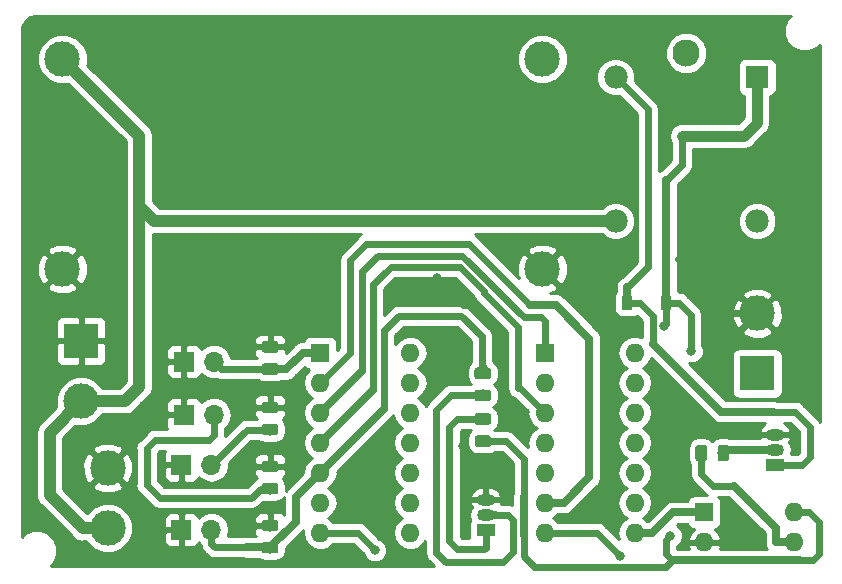
<source format=gbr>
G04 #@! TF.GenerationSoftware,KiCad,Pcbnew,(5.0.1)-3*
G04 #@! TF.CreationDate,2021-02-17T13:04:11+05:45*
G04 #@! TF.ProjectId,Logic-circuit,4C6F6769632D636972637569742E6B69,rev?*
G04 #@! TF.SameCoordinates,Original*
G04 #@! TF.FileFunction,Copper,L1,Top,Signal*
G04 #@! TF.FilePolarity,Positive*
%FSLAX46Y46*%
G04 Gerber Fmt 4.6, Leading zero omitted, Abs format (unit mm)*
G04 Created by KiCad (PCBNEW (5.0.1)-3) date 2/17/2021 1:04:11 PM*
%MOMM*%
%LPD*%
G01*
G04 APERTURE LIST*
G04 #@! TA.AperFunction,ComponentPad*
%ADD10O,1.500000X1.050000*%
G04 #@! TD*
G04 #@! TA.AperFunction,ComponentPad*
%ADD11R,1.500000X1.050000*%
G04 #@! TD*
G04 #@! TA.AperFunction,ComponentPad*
%ADD12R,1.600000X1.600000*%
G04 #@! TD*
G04 #@! TA.AperFunction,ComponentPad*
%ADD13O,1.600000X1.600000*%
G04 #@! TD*
G04 #@! TA.AperFunction,ComponentPad*
%ADD14R,1.700000X1.700000*%
G04 #@! TD*
G04 #@! TA.AperFunction,ComponentPad*
%ADD15O,1.700000X1.700000*%
G04 #@! TD*
G04 #@! TA.AperFunction,Conductor*
%ADD16C,0.100000*%
G04 #@! TD*
G04 #@! TA.AperFunction,SMDPad,CuDef*
%ADD17C,0.975000*%
G04 #@! TD*
G04 #@! TA.AperFunction,SMDPad,CuDef*
%ADD18R,0.900000X1.200000*%
G04 #@! TD*
G04 #@! TA.AperFunction,ComponentPad*
%ADD19C,3.000000*%
G04 #@! TD*
G04 #@! TA.AperFunction,ComponentPad*
%ADD20R,3.000000X3.000000*%
G04 #@! TD*
G04 #@! TA.AperFunction,ComponentPad*
%ADD21R,1.980000X1.980000*%
G04 #@! TD*
G04 #@! TA.AperFunction,ComponentPad*
%ADD22C,2.300000*%
G04 #@! TD*
G04 #@! TA.AperFunction,ComponentPad*
%ADD23C,1.980000*%
G04 #@! TD*
G04 #@! TA.AperFunction,ViaPad*
%ADD24C,0.800000*%
G04 #@! TD*
G04 #@! TA.AperFunction,Conductor*
%ADD25C,0.700000*%
G04 #@! TD*
G04 #@! TA.AperFunction,Conductor*
%ADD26C,0.600000*%
G04 #@! TD*
G04 #@! TA.AperFunction,Conductor*
%ADD27C,0.900000*%
G04 #@! TD*
G04 #@! TA.AperFunction,Conductor*
%ADD28C,1.000000*%
G04 #@! TD*
G04 #@! TA.AperFunction,Conductor*
%ADD29C,0.254000*%
G04 #@! TD*
G04 APERTURE END LIST*
D10*
G04 #@! TO.P,Q1,2*
G04 #@! TO.N,Net-(Q1-Pad2)*
X97000000Y-90980000D03*
G04 #@! TO.P,Q1,3*
G04 #@! TO.N,GND*
X97000000Y-89710000D03*
D11*
G04 #@! TO.P,Q1,1*
G04 #@! TO.N,Net-(Q1-Pad1)*
X97000000Y-92250000D03*
G04 #@! TD*
D12*
G04 #@! TO.P,U1,1*
G04 #@! TO.N,Net-(J1-Pad2)*
X83000000Y-77250000D03*
D13*
G04 #@! TO.P,U1,8*
G04 #@! TO.N,Net-(U1-Pad8)*
X90620000Y-92490000D03*
G04 #@! TO.P,U1,2*
G04 #@! TO.N,Net-(U1-Pad2)*
X83000000Y-79790000D03*
G04 #@! TO.P,U1,9*
G04 #@! TO.N,Net-(J2-Pad2)*
X90620000Y-89950000D03*
G04 #@! TO.P,U1,3*
G04 #@! TO.N,Net-(U1-Pad3)*
X83000000Y-82330000D03*
G04 #@! TO.P,U1,10*
G04 #@! TO.N,Net-(J3-Pad2)*
X90620000Y-87410000D03*
G04 #@! TO.P,U1,4*
G04 #@! TO.N,Net-(U1-Pad4)*
X83000000Y-84870000D03*
G04 #@! TO.P,U1,11*
G04 #@! TO.N,N/C*
X90620000Y-84870000D03*
G04 #@! TO.P,U1,5*
G04 #@! TO.N,Net-(J4-Pad2)*
X83000000Y-87410000D03*
G04 #@! TO.P,U1,12*
G04 #@! TO.N,N/C*
X90620000Y-82330000D03*
G04 #@! TO.P,U1,6*
G04 #@! TO.N,Net-(U1-Pad6)*
X83000000Y-89950000D03*
G04 #@! TO.P,U1,13*
G04 #@! TO.N,N/C*
X90620000Y-79790000D03*
G04 #@! TO.P,U1,7*
G04 #@! TO.N,Gnd*
X83000000Y-92490000D03*
G04 #@! TO.P,U1,14*
G04 #@! TO.N,Vcc*
X90620000Y-77250000D03*
G04 #@! TD*
G04 #@! TO.P,U2,14*
G04 #@! TO.N,Vcc*
X109620000Y-77250000D03*
G04 #@! TO.P,U2,7*
G04 #@! TO.N,Gnd*
X102000000Y-92490000D03*
G04 #@! TO.P,U2,13*
G04 #@! TO.N,N/C*
X109620000Y-79790000D03*
G04 #@! TO.P,U2,6*
G04 #@! TO.N,Net-(U1-Pad2)*
X102000000Y-89950000D03*
G04 #@! TO.P,U2,12*
G04 #@! TO.N,N/C*
X109620000Y-82330000D03*
G04 #@! TO.P,U2,5*
G04 #@! TO.N,Net-(J3-Pad2)*
X102000000Y-87410000D03*
G04 #@! TO.P,U2,11*
G04 #@! TO.N,N/C*
X109620000Y-84870000D03*
G04 #@! TO.P,U2,4*
G04 #@! TO.N,Net-(J2-Pad2)*
X102000000Y-84870000D03*
G04 #@! TO.P,U2,10*
G04 #@! TO.N,Net-(Q1-Pad1)*
X109620000Y-87410000D03*
G04 #@! TO.P,U2,3*
G04 #@! TO.N,Net-(U1-Pad4)*
X102000000Y-82330000D03*
G04 #@! TO.P,U2,9*
G04 #@! TO.N,Net-(U1-Pad6)*
X109620000Y-89950000D03*
G04 #@! TO.P,U2,2*
G04 #@! TO.N,Net-(U1-Pad8)*
X102000000Y-79790000D03*
G04 #@! TO.P,U2,8*
G04 #@! TO.N,LOGIC-OUTPUT*
X109620000Y-92490000D03*
D12*
G04 #@! TO.P,U2,1*
G04 #@! TO.N,Net-(U1-Pad3)*
X102000000Y-77250000D03*
G04 #@! TD*
D14*
G04 #@! TO.P,J1,1*
G04 #@! TO.N,GND*
X71460000Y-78000000D03*
D15*
G04 #@! TO.P,J1,2*
G04 #@! TO.N,Net-(J1-Pad2)*
X74000000Y-78000000D03*
G04 #@! TD*
G04 #@! TO.P,J2,2*
G04 #@! TO.N,Net-(J2-Pad2)*
X73790000Y-86750000D03*
D14*
G04 #@! TO.P,J2,1*
G04 #@! TO.N,GND*
X71250000Y-86750000D03*
G04 #@! TD*
G04 #@! TO.P,J3,1*
G04 #@! TO.N,GND*
X71460000Y-82500000D03*
D15*
G04 #@! TO.P,J3,2*
G04 #@! TO.N,Net-(J3-Pad2)*
X74000000Y-82500000D03*
G04 #@! TD*
G04 #@! TO.P,J4,2*
G04 #@! TO.N,Net-(J4-Pad2)*
X73790000Y-92250000D03*
D14*
G04 #@! TO.P,J4,1*
G04 #@! TO.N,GND*
X71250000Y-92250000D03*
G04 #@! TD*
D16*
G04 #@! TO.N,Net-(J1-Pad2)*
G04 #@! TO.C,R1*
G36*
X79230142Y-78138674D02*
X79253803Y-78142184D01*
X79277007Y-78147996D01*
X79299529Y-78156054D01*
X79321153Y-78166282D01*
X79341670Y-78178579D01*
X79360883Y-78192829D01*
X79378607Y-78208893D01*
X79394671Y-78226617D01*
X79408921Y-78245830D01*
X79421218Y-78266347D01*
X79431446Y-78287971D01*
X79439504Y-78310493D01*
X79445316Y-78333697D01*
X79448826Y-78357358D01*
X79450000Y-78381250D01*
X79450000Y-78868750D01*
X79448826Y-78892642D01*
X79445316Y-78916303D01*
X79439504Y-78939507D01*
X79431446Y-78962029D01*
X79421218Y-78983653D01*
X79408921Y-79004170D01*
X79394671Y-79023383D01*
X79378607Y-79041107D01*
X79360883Y-79057171D01*
X79341670Y-79071421D01*
X79321153Y-79083718D01*
X79299529Y-79093946D01*
X79277007Y-79102004D01*
X79253803Y-79107816D01*
X79230142Y-79111326D01*
X79206250Y-79112500D01*
X78293750Y-79112500D01*
X78269858Y-79111326D01*
X78246197Y-79107816D01*
X78222993Y-79102004D01*
X78200471Y-79093946D01*
X78178847Y-79083718D01*
X78158330Y-79071421D01*
X78139117Y-79057171D01*
X78121393Y-79041107D01*
X78105329Y-79023383D01*
X78091079Y-79004170D01*
X78078782Y-78983653D01*
X78068554Y-78962029D01*
X78060496Y-78939507D01*
X78054684Y-78916303D01*
X78051174Y-78892642D01*
X78050000Y-78868750D01*
X78050000Y-78381250D01*
X78051174Y-78357358D01*
X78054684Y-78333697D01*
X78060496Y-78310493D01*
X78068554Y-78287971D01*
X78078782Y-78266347D01*
X78091079Y-78245830D01*
X78105329Y-78226617D01*
X78121393Y-78208893D01*
X78139117Y-78192829D01*
X78158330Y-78178579D01*
X78178847Y-78166282D01*
X78200471Y-78156054D01*
X78222993Y-78147996D01*
X78246197Y-78142184D01*
X78269858Y-78138674D01*
X78293750Y-78137500D01*
X79206250Y-78137500D01*
X79230142Y-78138674D01*
X79230142Y-78138674D01*
G37*
D17*
G04 #@! TD*
G04 #@! TO.P,R1,1*
G04 #@! TO.N,Net-(J1-Pad2)*
X78750000Y-78625000D03*
D16*
G04 #@! TO.N,GND*
G04 #@! TO.C,R1*
G36*
X79230142Y-76263674D02*
X79253803Y-76267184D01*
X79277007Y-76272996D01*
X79299529Y-76281054D01*
X79321153Y-76291282D01*
X79341670Y-76303579D01*
X79360883Y-76317829D01*
X79378607Y-76333893D01*
X79394671Y-76351617D01*
X79408921Y-76370830D01*
X79421218Y-76391347D01*
X79431446Y-76412971D01*
X79439504Y-76435493D01*
X79445316Y-76458697D01*
X79448826Y-76482358D01*
X79450000Y-76506250D01*
X79450000Y-76993750D01*
X79448826Y-77017642D01*
X79445316Y-77041303D01*
X79439504Y-77064507D01*
X79431446Y-77087029D01*
X79421218Y-77108653D01*
X79408921Y-77129170D01*
X79394671Y-77148383D01*
X79378607Y-77166107D01*
X79360883Y-77182171D01*
X79341670Y-77196421D01*
X79321153Y-77208718D01*
X79299529Y-77218946D01*
X79277007Y-77227004D01*
X79253803Y-77232816D01*
X79230142Y-77236326D01*
X79206250Y-77237500D01*
X78293750Y-77237500D01*
X78269858Y-77236326D01*
X78246197Y-77232816D01*
X78222993Y-77227004D01*
X78200471Y-77218946D01*
X78178847Y-77208718D01*
X78158330Y-77196421D01*
X78139117Y-77182171D01*
X78121393Y-77166107D01*
X78105329Y-77148383D01*
X78091079Y-77129170D01*
X78078782Y-77108653D01*
X78068554Y-77087029D01*
X78060496Y-77064507D01*
X78054684Y-77041303D01*
X78051174Y-77017642D01*
X78050000Y-76993750D01*
X78050000Y-76506250D01*
X78051174Y-76482358D01*
X78054684Y-76458697D01*
X78060496Y-76435493D01*
X78068554Y-76412971D01*
X78078782Y-76391347D01*
X78091079Y-76370830D01*
X78105329Y-76351617D01*
X78121393Y-76333893D01*
X78139117Y-76317829D01*
X78158330Y-76303579D01*
X78178847Y-76291282D01*
X78200471Y-76281054D01*
X78222993Y-76272996D01*
X78246197Y-76267184D01*
X78269858Y-76263674D01*
X78293750Y-76262500D01*
X79206250Y-76262500D01*
X79230142Y-76263674D01*
X79230142Y-76263674D01*
G37*
D17*
G04 #@! TD*
G04 #@! TO.P,R1,2*
G04 #@! TO.N,GND*
X78750000Y-76750000D03*
D16*
G04 #@! TO.N,GND*
G04 #@! TO.C,R2*
G36*
X79230142Y-81388674D02*
X79253803Y-81392184D01*
X79277007Y-81397996D01*
X79299529Y-81406054D01*
X79321153Y-81416282D01*
X79341670Y-81428579D01*
X79360883Y-81442829D01*
X79378607Y-81458893D01*
X79394671Y-81476617D01*
X79408921Y-81495830D01*
X79421218Y-81516347D01*
X79431446Y-81537971D01*
X79439504Y-81560493D01*
X79445316Y-81583697D01*
X79448826Y-81607358D01*
X79450000Y-81631250D01*
X79450000Y-82118750D01*
X79448826Y-82142642D01*
X79445316Y-82166303D01*
X79439504Y-82189507D01*
X79431446Y-82212029D01*
X79421218Y-82233653D01*
X79408921Y-82254170D01*
X79394671Y-82273383D01*
X79378607Y-82291107D01*
X79360883Y-82307171D01*
X79341670Y-82321421D01*
X79321153Y-82333718D01*
X79299529Y-82343946D01*
X79277007Y-82352004D01*
X79253803Y-82357816D01*
X79230142Y-82361326D01*
X79206250Y-82362500D01*
X78293750Y-82362500D01*
X78269858Y-82361326D01*
X78246197Y-82357816D01*
X78222993Y-82352004D01*
X78200471Y-82343946D01*
X78178847Y-82333718D01*
X78158330Y-82321421D01*
X78139117Y-82307171D01*
X78121393Y-82291107D01*
X78105329Y-82273383D01*
X78091079Y-82254170D01*
X78078782Y-82233653D01*
X78068554Y-82212029D01*
X78060496Y-82189507D01*
X78054684Y-82166303D01*
X78051174Y-82142642D01*
X78050000Y-82118750D01*
X78050000Y-81631250D01*
X78051174Y-81607358D01*
X78054684Y-81583697D01*
X78060496Y-81560493D01*
X78068554Y-81537971D01*
X78078782Y-81516347D01*
X78091079Y-81495830D01*
X78105329Y-81476617D01*
X78121393Y-81458893D01*
X78139117Y-81442829D01*
X78158330Y-81428579D01*
X78178847Y-81416282D01*
X78200471Y-81406054D01*
X78222993Y-81397996D01*
X78246197Y-81392184D01*
X78269858Y-81388674D01*
X78293750Y-81387500D01*
X79206250Y-81387500D01*
X79230142Y-81388674D01*
X79230142Y-81388674D01*
G37*
D17*
G04 #@! TD*
G04 #@! TO.P,R2,2*
G04 #@! TO.N,GND*
X78750000Y-81875000D03*
D16*
G04 #@! TO.N,Net-(J2-Pad2)*
G04 #@! TO.C,R2*
G36*
X79230142Y-83263674D02*
X79253803Y-83267184D01*
X79277007Y-83272996D01*
X79299529Y-83281054D01*
X79321153Y-83291282D01*
X79341670Y-83303579D01*
X79360883Y-83317829D01*
X79378607Y-83333893D01*
X79394671Y-83351617D01*
X79408921Y-83370830D01*
X79421218Y-83391347D01*
X79431446Y-83412971D01*
X79439504Y-83435493D01*
X79445316Y-83458697D01*
X79448826Y-83482358D01*
X79450000Y-83506250D01*
X79450000Y-83993750D01*
X79448826Y-84017642D01*
X79445316Y-84041303D01*
X79439504Y-84064507D01*
X79431446Y-84087029D01*
X79421218Y-84108653D01*
X79408921Y-84129170D01*
X79394671Y-84148383D01*
X79378607Y-84166107D01*
X79360883Y-84182171D01*
X79341670Y-84196421D01*
X79321153Y-84208718D01*
X79299529Y-84218946D01*
X79277007Y-84227004D01*
X79253803Y-84232816D01*
X79230142Y-84236326D01*
X79206250Y-84237500D01*
X78293750Y-84237500D01*
X78269858Y-84236326D01*
X78246197Y-84232816D01*
X78222993Y-84227004D01*
X78200471Y-84218946D01*
X78178847Y-84208718D01*
X78158330Y-84196421D01*
X78139117Y-84182171D01*
X78121393Y-84166107D01*
X78105329Y-84148383D01*
X78091079Y-84129170D01*
X78078782Y-84108653D01*
X78068554Y-84087029D01*
X78060496Y-84064507D01*
X78054684Y-84041303D01*
X78051174Y-84017642D01*
X78050000Y-83993750D01*
X78050000Y-83506250D01*
X78051174Y-83482358D01*
X78054684Y-83458697D01*
X78060496Y-83435493D01*
X78068554Y-83412971D01*
X78078782Y-83391347D01*
X78091079Y-83370830D01*
X78105329Y-83351617D01*
X78121393Y-83333893D01*
X78139117Y-83317829D01*
X78158330Y-83303579D01*
X78178847Y-83291282D01*
X78200471Y-83281054D01*
X78222993Y-83272996D01*
X78246197Y-83267184D01*
X78269858Y-83263674D01*
X78293750Y-83262500D01*
X79206250Y-83262500D01*
X79230142Y-83263674D01*
X79230142Y-83263674D01*
G37*
D17*
G04 #@! TD*
G04 #@! TO.P,R2,1*
G04 #@! TO.N,Net-(J2-Pad2)*
X78750000Y-83750000D03*
D16*
G04 #@! TO.N,Net-(J3-Pad2)*
G04 #@! TO.C,R3*
G36*
X79230142Y-88263674D02*
X79253803Y-88267184D01*
X79277007Y-88272996D01*
X79299529Y-88281054D01*
X79321153Y-88291282D01*
X79341670Y-88303579D01*
X79360883Y-88317829D01*
X79378607Y-88333893D01*
X79394671Y-88351617D01*
X79408921Y-88370830D01*
X79421218Y-88391347D01*
X79431446Y-88412971D01*
X79439504Y-88435493D01*
X79445316Y-88458697D01*
X79448826Y-88482358D01*
X79450000Y-88506250D01*
X79450000Y-88993750D01*
X79448826Y-89017642D01*
X79445316Y-89041303D01*
X79439504Y-89064507D01*
X79431446Y-89087029D01*
X79421218Y-89108653D01*
X79408921Y-89129170D01*
X79394671Y-89148383D01*
X79378607Y-89166107D01*
X79360883Y-89182171D01*
X79341670Y-89196421D01*
X79321153Y-89208718D01*
X79299529Y-89218946D01*
X79277007Y-89227004D01*
X79253803Y-89232816D01*
X79230142Y-89236326D01*
X79206250Y-89237500D01*
X78293750Y-89237500D01*
X78269858Y-89236326D01*
X78246197Y-89232816D01*
X78222993Y-89227004D01*
X78200471Y-89218946D01*
X78178847Y-89208718D01*
X78158330Y-89196421D01*
X78139117Y-89182171D01*
X78121393Y-89166107D01*
X78105329Y-89148383D01*
X78091079Y-89129170D01*
X78078782Y-89108653D01*
X78068554Y-89087029D01*
X78060496Y-89064507D01*
X78054684Y-89041303D01*
X78051174Y-89017642D01*
X78050000Y-88993750D01*
X78050000Y-88506250D01*
X78051174Y-88482358D01*
X78054684Y-88458697D01*
X78060496Y-88435493D01*
X78068554Y-88412971D01*
X78078782Y-88391347D01*
X78091079Y-88370830D01*
X78105329Y-88351617D01*
X78121393Y-88333893D01*
X78139117Y-88317829D01*
X78158330Y-88303579D01*
X78178847Y-88291282D01*
X78200471Y-88281054D01*
X78222993Y-88272996D01*
X78246197Y-88267184D01*
X78269858Y-88263674D01*
X78293750Y-88262500D01*
X79206250Y-88262500D01*
X79230142Y-88263674D01*
X79230142Y-88263674D01*
G37*
D17*
G04 #@! TD*
G04 #@! TO.P,R3,1*
G04 #@! TO.N,Net-(J3-Pad2)*
X78750000Y-88750000D03*
D16*
G04 #@! TO.N,GND*
G04 #@! TO.C,R3*
G36*
X79230142Y-86388674D02*
X79253803Y-86392184D01*
X79277007Y-86397996D01*
X79299529Y-86406054D01*
X79321153Y-86416282D01*
X79341670Y-86428579D01*
X79360883Y-86442829D01*
X79378607Y-86458893D01*
X79394671Y-86476617D01*
X79408921Y-86495830D01*
X79421218Y-86516347D01*
X79431446Y-86537971D01*
X79439504Y-86560493D01*
X79445316Y-86583697D01*
X79448826Y-86607358D01*
X79450000Y-86631250D01*
X79450000Y-87118750D01*
X79448826Y-87142642D01*
X79445316Y-87166303D01*
X79439504Y-87189507D01*
X79431446Y-87212029D01*
X79421218Y-87233653D01*
X79408921Y-87254170D01*
X79394671Y-87273383D01*
X79378607Y-87291107D01*
X79360883Y-87307171D01*
X79341670Y-87321421D01*
X79321153Y-87333718D01*
X79299529Y-87343946D01*
X79277007Y-87352004D01*
X79253803Y-87357816D01*
X79230142Y-87361326D01*
X79206250Y-87362500D01*
X78293750Y-87362500D01*
X78269858Y-87361326D01*
X78246197Y-87357816D01*
X78222993Y-87352004D01*
X78200471Y-87343946D01*
X78178847Y-87333718D01*
X78158330Y-87321421D01*
X78139117Y-87307171D01*
X78121393Y-87291107D01*
X78105329Y-87273383D01*
X78091079Y-87254170D01*
X78078782Y-87233653D01*
X78068554Y-87212029D01*
X78060496Y-87189507D01*
X78054684Y-87166303D01*
X78051174Y-87142642D01*
X78050000Y-87118750D01*
X78050000Y-86631250D01*
X78051174Y-86607358D01*
X78054684Y-86583697D01*
X78060496Y-86560493D01*
X78068554Y-86537971D01*
X78078782Y-86516347D01*
X78091079Y-86495830D01*
X78105329Y-86476617D01*
X78121393Y-86458893D01*
X78139117Y-86442829D01*
X78158330Y-86428579D01*
X78178847Y-86416282D01*
X78200471Y-86406054D01*
X78222993Y-86397996D01*
X78246197Y-86392184D01*
X78269858Y-86388674D01*
X78293750Y-86387500D01*
X79206250Y-86387500D01*
X79230142Y-86388674D01*
X79230142Y-86388674D01*
G37*
D17*
G04 #@! TD*
G04 #@! TO.P,R3,2*
G04 #@! TO.N,GND*
X78750000Y-86875000D03*
D16*
G04 #@! TO.N,GND*
G04 #@! TO.C,R4*
G36*
X79230142Y-91388674D02*
X79253803Y-91392184D01*
X79277007Y-91397996D01*
X79299529Y-91406054D01*
X79321153Y-91416282D01*
X79341670Y-91428579D01*
X79360883Y-91442829D01*
X79378607Y-91458893D01*
X79394671Y-91476617D01*
X79408921Y-91495830D01*
X79421218Y-91516347D01*
X79431446Y-91537971D01*
X79439504Y-91560493D01*
X79445316Y-91583697D01*
X79448826Y-91607358D01*
X79450000Y-91631250D01*
X79450000Y-92118750D01*
X79448826Y-92142642D01*
X79445316Y-92166303D01*
X79439504Y-92189507D01*
X79431446Y-92212029D01*
X79421218Y-92233653D01*
X79408921Y-92254170D01*
X79394671Y-92273383D01*
X79378607Y-92291107D01*
X79360883Y-92307171D01*
X79341670Y-92321421D01*
X79321153Y-92333718D01*
X79299529Y-92343946D01*
X79277007Y-92352004D01*
X79253803Y-92357816D01*
X79230142Y-92361326D01*
X79206250Y-92362500D01*
X78293750Y-92362500D01*
X78269858Y-92361326D01*
X78246197Y-92357816D01*
X78222993Y-92352004D01*
X78200471Y-92343946D01*
X78178847Y-92333718D01*
X78158330Y-92321421D01*
X78139117Y-92307171D01*
X78121393Y-92291107D01*
X78105329Y-92273383D01*
X78091079Y-92254170D01*
X78078782Y-92233653D01*
X78068554Y-92212029D01*
X78060496Y-92189507D01*
X78054684Y-92166303D01*
X78051174Y-92142642D01*
X78050000Y-92118750D01*
X78050000Y-91631250D01*
X78051174Y-91607358D01*
X78054684Y-91583697D01*
X78060496Y-91560493D01*
X78068554Y-91537971D01*
X78078782Y-91516347D01*
X78091079Y-91495830D01*
X78105329Y-91476617D01*
X78121393Y-91458893D01*
X78139117Y-91442829D01*
X78158330Y-91428579D01*
X78178847Y-91416282D01*
X78200471Y-91406054D01*
X78222993Y-91397996D01*
X78246197Y-91392184D01*
X78269858Y-91388674D01*
X78293750Y-91387500D01*
X79206250Y-91387500D01*
X79230142Y-91388674D01*
X79230142Y-91388674D01*
G37*
D17*
G04 #@! TD*
G04 #@! TO.P,R4,2*
G04 #@! TO.N,GND*
X78750000Y-91875000D03*
D16*
G04 #@! TO.N,Net-(J4-Pad2)*
G04 #@! TO.C,R4*
G36*
X79230142Y-93263674D02*
X79253803Y-93267184D01*
X79277007Y-93272996D01*
X79299529Y-93281054D01*
X79321153Y-93291282D01*
X79341670Y-93303579D01*
X79360883Y-93317829D01*
X79378607Y-93333893D01*
X79394671Y-93351617D01*
X79408921Y-93370830D01*
X79421218Y-93391347D01*
X79431446Y-93412971D01*
X79439504Y-93435493D01*
X79445316Y-93458697D01*
X79448826Y-93482358D01*
X79450000Y-93506250D01*
X79450000Y-93993750D01*
X79448826Y-94017642D01*
X79445316Y-94041303D01*
X79439504Y-94064507D01*
X79431446Y-94087029D01*
X79421218Y-94108653D01*
X79408921Y-94129170D01*
X79394671Y-94148383D01*
X79378607Y-94166107D01*
X79360883Y-94182171D01*
X79341670Y-94196421D01*
X79321153Y-94208718D01*
X79299529Y-94218946D01*
X79277007Y-94227004D01*
X79253803Y-94232816D01*
X79230142Y-94236326D01*
X79206250Y-94237500D01*
X78293750Y-94237500D01*
X78269858Y-94236326D01*
X78246197Y-94232816D01*
X78222993Y-94227004D01*
X78200471Y-94218946D01*
X78178847Y-94208718D01*
X78158330Y-94196421D01*
X78139117Y-94182171D01*
X78121393Y-94166107D01*
X78105329Y-94148383D01*
X78091079Y-94129170D01*
X78078782Y-94108653D01*
X78068554Y-94087029D01*
X78060496Y-94064507D01*
X78054684Y-94041303D01*
X78051174Y-94017642D01*
X78050000Y-93993750D01*
X78050000Y-93506250D01*
X78051174Y-93482358D01*
X78054684Y-93458697D01*
X78060496Y-93435493D01*
X78068554Y-93412971D01*
X78078782Y-93391347D01*
X78091079Y-93370830D01*
X78105329Y-93351617D01*
X78121393Y-93333893D01*
X78139117Y-93317829D01*
X78158330Y-93303579D01*
X78178847Y-93291282D01*
X78200471Y-93281054D01*
X78222993Y-93272996D01*
X78246197Y-93267184D01*
X78269858Y-93263674D01*
X78293750Y-93262500D01*
X79206250Y-93262500D01*
X79230142Y-93263674D01*
X79230142Y-93263674D01*
G37*
D17*
G04 #@! TD*
G04 #@! TO.P,R4,1*
G04 #@! TO.N,Net-(J4-Pad2)*
X78750000Y-93750000D03*
D16*
G04 #@! TO.N,Net-(Q1-Pad1)*
G04 #@! TO.C,R5*
G36*
X97240142Y-82366174D02*
X97263803Y-82369684D01*
X97287007Y-82375496D01*
X97309529Y-82383554D01*
X97331153Y-82393782D01*
X97351670Y-82406079D01*
X97370883Y-82420329D01*
X97388607Y-82436393D01*
X97404671Y-82454117D01*
X97418921Y-82473330D01*
X97431218Y-82493847D01*
X97441446Y-82515471D01*
X97449504Y-82537993D01*
X97455316Y-82561197D01*
X97458826Y-82584858D01*
X97460000Y-82608750D01*
X97460000Y-83096250D01*
X97458826Y-83120142D01*
X97455316Y-83143803D01*
X97449504Y-83167007D01*
X97441446Y-83189529D01*
X97431218Y-83211153D01*
X97418921Y-83231670D01*
X97404671Y-83250883D01*
X97388607Y-83268607D01*
X97370883Y-83284671D01*
X97351670Y-83298921D01*
X97331153Y-83311218D01*
X97309529Y-83321446D01*
X97287007Y-83329504D01*
X97263803Y-83335316D01*
X97240142Y-83338826D01*
X97216250Y-83340000D01*
X96303750Y-83340000D01*
X96279858Y-83338826D01*
X96256197Y-83335316D01*
X96232993Y-83329504D01*
X96210471Y-83321446D01*
X96188847Y-83311218D01*
X96168330Y-83298921D01*
X96149117Y-83284671D01*
X96131393Y-83268607D01*
X96115329Y-83250883D01*
X96101079Y-83231670D01*
X96088782Y-83211153D01*
X96078554Y-83189529D01*
X96070496Y-83167007D01*
X96064684Y-83143803D01*
X96061174Y-83120142D01*
X96060000Y-83096250D01*
X96060000Y-82608750D01*
X96061174Y-82584858D01*
X96064684Y-82561197D01*
X96070496Y-82537993D01*
X96078554Y-82515471D01*
X96088782Y-82493847D01*
X96101079Y-82473330D01*
X96115329Y-82454117D01*
X96131393Y-82436393D01*
X96149117Y-82420329D01*
X96168330Y-82406079D01*
X96188847Y-82393782D01*
X96210471Y-82383554D01*
X96232993Y-82375496D01*
X96256197Y-82369684D01*
X96279858Y-82366174D01*
X96303750Y-82365000D01*
X97216250Y-82365000D01*
X97240142Y-82366174D01*
X97240142Y-82366174D01*
G37*
D17*
G04 #@! TD*
G04 #@! TO.P,R5,2*
G04 #@! TO.N,Net-(Q1-Pad1)*
X96760000Y-82852500D03*
D16*
G04 #@! TO.N,Vcc*
G04 #@! TO.C,R5*
G36*
X97240142Y-84241174D02*
X97263803Y-84244684D01*
X97287007Y-84250496D01*
X97309529Y-84258554D01*
X97331153Y-84268782D01*
X97351670Y-84281079D01*
X97370883Y-84295329D01*
X97388607Y-84311393D01*
X97404671Y-84329117D01*
X97418921Y-84348330D01*
X97431218Y-84368847D01*
X97441446Y-84390471D01*
X97449504Y-84412993D01*
X97455316Y-84436197D01*
X97458826Y-84459858D01*
X97460000Y-84483750D01*
X97460000Y-84971250D01*
X97458826Y-84995142D01*
X97455316Y-85018803D01*
X97449504Y-85042007D01*
X97441446Y-85064529D01*
X97431218Y-85086153D01*
X97418921Y-85106670D01*
X97404671Y-85125883D01*
X97388607Y-85143607D01*
X97370883Y-85159671D01*
X97351670Y-85173921D01*
X97331153Y-85186218D01*
X97309529Y-85196446D01*
X97287007Y-85204504D01*
X97263803Y-85210316D01*
X97240142Y-85213826D01*
X97216250Y-85215000D01*
X96303750Y-85215000D01*
X96279858Y-85213826D01*
X96256197Y-85210316D01*
X96232993Y-85204504D01*
X96210471Y-85196446D01*
X96188847Y-85186218D01*
X96168330Y-85173921D01*
X96149117Y-85159671D01*
X96131393Y-85143607D01*
X96115329Y-85125883D01*
X96101079Y-85106670D01*
X96088782Y-85086153D01*
X96078554Y-85064529D01*
X96070496Y-85042007D01*
X96064684Y-85018803D01*
X96061174Y-84995142D01*
X96060000Y-84971250D01*
X96060000Y-84483750D01*
X96061174Y-84459858D01*
X96064684Y-84436197D01*
X96070496Y-84412993D01*
X96078554Y-84390471D01*
X96088782Y-84368847D01*
X96101079Y-84348330D01*
X96115329Y-84329117D01*
X96131393Y-84311393D01*
X96149117Y-84295329D01*
X96168330Y-84281079D01*
X96188847Y-84268782D01*
X96210471Y-84258554D01*
X96232993Y-84250496D01*
X96256197Y-84244684D01*
X96279858Y-84241174D01*
X96303750Y-84240000D01*
X97216250Y-84240000D01*
X97240142Y-84241174D01*
X97240142Y-84241174D01*
G37*
D17*
G04 #@! TD*
G04 #@! TO.P,R5,1*
G04 #@! TO.N,Vcc*
X96760000Y-84727500D03*
D16*
G04 #@! TO.N,Net-(Q1-Pad2)*
G04 #@! TO.C,R6*
G36*
X97230142Y-80371174D02*
X97253803Y-80374684D01*
X97277007Y-80380496D01*
X97299529Y-80388554D01*
X97321153Y-80398782D01*
X97341670Y-80411079D01*
X97360883Y-80425329D01*
X97378607Y-80441393D01*
X97394671Y-80459117D01*
X97408921Y-80478330D01*
X97421218Y-80498847D01*
X97431446Y-80520471D01*
X97439504Y-80542993D01*
X97445316Y-80566197D01*
X97448826Y-80589858D01*
X97450000Y-80613750D01*
X97450000Y-81101250D01*
X97448826Y-81125142D01*
X97445316Y-81148803D01*
X97439504Y-81172007D01*
X97431446Y-81194529D01*
X97421218Y-81216153D01*
X97408921Y-81236670D01*
X97394671Y-81255883D01*
X97378607Y-81273607D01*
X97360883Y-81289671D01*
X97341670Y-81303921D01*
X97321153Y-81316218D01*
X97299529Y-81326446D01*
X97277007Y-81334504D01*
X97253803Y-81340316D01*
X97230142Y-81343826D01*
X97206250Y-81345000D01*
X96293750Y-81345000D01*
X96269858Y-81343826D01*
X96246197Y-81340316D01*
X96222993Y-81334504D01*
X96200471Y-81326446D01*
X96178847Y-81316218D01*
X96158330Y-81303921D01*
X96139117Y-81289671D01*
X96121393Y-81273607D01*
X96105329Y-81255883D01*
X96091079Y-81236670D01*
X96078782Y-81216153D01*
X96068554Y-81194529D01*
X96060496Y-81172007D01*
X96054684Y-81148803D01*
X96051174Y-81125142D01*
X96050000Y-81101250D01*
X96050000Y-80613750D01*
X96051174Y-80589858D01*
X96054684Y-80566197D01*
X96060496Y-80542993D01*
X96068554Y-80520471D01*
X96078782Y-80498847D01*
X96091079Y-80478330D01*
X96105329Y-80459117D01*
X96121393Y-80441393D01*
X96139117Y-80425329D01*
X96158330Y-80411079D01*
X96178847Y-80398782D01*
X96200471Y-80388554D01*
X96222993Y-80380496D01*
X96246197Y-80374684D01*
X96269858Y-80371174D01*
X96293750Y-80370000D01*
X97206250Y-80370000D01*
X97230142Y-80371174D01*
X97230142Y-80371174D01*
G37*
D17*
G04 #@! TD*
G04 #@! TO.P,R6,1*
G04 #@! TO.N,Net-(Q1-Pad2)*
X96750000Y-80857500D03*
D16*
G04 #@! TO.N,Net-(J4-Pad2)*
G04 #@! TO.C,R6*
G36*
X97230142Y-78496174D02*
X97253803Y-78499684D01*
X97277007Y-78505496D01*
X97299529Y-78513554D01*
X97321153Y-78523782D01*
X97341670Y-78536079D01*
X97360883Y-78550329D01*
X97378607Y-78566393D01*
X97394671Y-78584117D01*
X97408921Y-78603330D01*
X97421218Y-78623847D01*
X97431446Y-78645471D01*
X97439504Y-78667993D01*
X97445316Y-78691197D01*
X97448826Y-78714858D01*
X97450000Y-78738750D01*
X97450000Y-79226250D01*
X97448826Y-79250142D01*
X97445316Y-79273803D01*
X97439504Y-79297007D01*
X97431446Y-79319529D01*
X97421218Y-79341153D01*
X97408921Y-79361670D01*
X97394671Y-79380883D01*
X97378607Y-79398607D01*
X97360883Y-79414671D01*
X97341670Y-79428921D01*
X97321153Y-79441218D01*
X97299529Y-79451446D01*
X97277007Y-79459504D01*
X97253803Y-79465316D01*
X97230142Y-79468826D01*
X97206250Y-79470000D01*
X96293750Y-79470000D01*
X96269858Y-79468826D01*
X96246197Y-79465316D01*
X96222993Y-79459504D01*
X96200471Y-79451446D01*
X96178847Y-79441218D01*
X96158330Y-79428921D01*
X96139117Y-79414671D01*
X96121393Y-79398607D01*
X96105329Y-79380883D01*
X96091079Y-79361670D01*
X96078782Y-79341153D01*
X96068554Y-79319529D01*
X96060496Y-79297007D01*
X96054684Y-79273803D01*
X96051174Y-79250142D01*
X96050000Y-79226250D01*
X96050000Y-78738750D01*
X96051174Y-78714858D01*
X96054684Y-78691197D01*
X96060496Y-78667993D01*
X96068554Y-78645471D01*
X96078782Y-78623847D01*
X96091079Y-78603330D01*
X96105329Y-78584117D01*
X96121393Y-78566393D01*
X96139117Y-78550329D01*
X96158330Y-78536079D01*
X96178847Y-78523782D01*
X96200471Y-78513554D01*
X96222993Y-78505496D01*
X96246197Y-78499684D01*
X96269858Y-78496174D01*
X96293750Y-78495000D01*
X97206250Y-78495000D01*
X97230142Y-78496174D01*
X97230142Y-78496174D01*
G37*
D17*
G04 #@! TD*
G04 #@! TO.P,R6,2*
G04 #@! TO.N,Net-(J4-Pad2)*
X96750000Y-78982500D03*
D18*
G04 #@! TO.P,D1,1*
G04 #@! TO.N,Vcc*
X112300000Y-73000000D03*
G04 #@! TO.P,D1,2*
G04 #@! TO.N,Net-(D1-Pad2)*
X109000000Y-73000000D03*
G04 #@! TD*
D19*
G04 #@! TO.P,J5,2*
G04 #@! TO.N,12V*
X62750000Y-81330000D03*
D20*
G04 #@! TO.P,J5,1*
G04 #@! TO.N,GND*
X62750000Y-76250000D03*
G04 #@! TD*
G04 #@! TO.P,J6,1*
G04 #@! TO.N,Net-(J6-Pad1)*
X120000000Y-79000000D03*
D19*
G04 #@! TO.P,J6,2*
G04 #@! TO.N,GND*
X120000000Y-73920000D03*
G04 #@! TD*
D21*
G04 #@! TO.P,K1,A1*
G04 #@! TO.N,Vcc*
X120000000Y-53900000D03*
D22*
G04 #@! TO.P,K1,COM*
G04 #@! TO.N,Net-(J6-Pad1)*
X114000000Y-51900000D03*
D23*
G04 #@! TO.P,K1,A2*
G04 #@! TO.N,Net-(D1-Pad2)*
X108000000Y-53900000D03*
G04 #@! TO.P,K1,NO*
G04 #@! TO.N,12V*
X108000000Y-66100000D03*
G04 #@! TO.P,K1,NC*
G04 #@! TO.N,N/C*
X120000000Y-66100000D03*
G04 #@! TD*
D10*
G04 #@! TO.P,Q2,2*
G04 #@! TO.N,Net-(Q2-Pad2)*
X121500000Y-85480000D03*
G04 #@! TO.P,Q2,3*
G04 #@! TO.N,GND*
X121500000Y-84210000D03*
D11*
G04 #@! TO.P,Q2,1*
G04 #@! TO.N,Net-(D1-Pad2)*
X121500000Y-86750000D03*
G04 #@! TD*
D16*
G04 #@! TO.N,Net-(Q2-Pad2)*
G04 #@! TO.C,R7*
G36*
X117393142Y-85051174D02*
X117416803Y-85054684D01*
X117440007Y-85060496D01*
X117462529Y-85068554D01*
X117484153Y-85078782D01*
X117504670Y-85091079D01*
X117523883Y-85105329D01*
X117541607Y-85121393D01*
X117557671Y-85139117D01*
X117571921Y-85158330D01*
X117584218Y-85178847D01*
X117594446Y-85200471D01*
X117602504Y-85222993D01*
X117608316Y-85246197D01*
X117611826Y-85269858D01*
X117613000Y-85293750D01*
X117613000Y-86206250D01*
X117611826Y-86230142D01*
X117608316Y-86253803D01*
X117602504Y-86277007D01*
X117594446Y-86299529D01*
X117584218Y-86321153D01*
X117571921Y-86341670D01*
X117557671Y-86360883D01*
X117541607Y-86378607D01*
X117523883Y-86394671D01*
X117504670Y-86408921D01*
X117484153Y-86421218D01*
X117462529Y-86431446D01*
X117440007Y-86439504D01*
X117416803Y-86445316D01*
X117393142Y-86448826D01*
X117369250Y-86450000D01*
X116881750Y-86450000D01*
X116857858Y-86448826D01*
X116834197Y-86445316D01*
X116810993Y-86439504D01*
X116788471Y-86431446D01*
X116766847Y-86421218D01*
X116746330Y-86408921D01*
X116727117Y-86394671D01*
X116709393Y-86378607D01*
X116693329Y-86360883D01*
X116679079Y-86341670D01*
X116666782Y-86321153D01*
X116656554Y-86299529D01*
X116648496Y-86277007D01*
X116642684Y-86253803D01*
X116639174Y-86230142D01*
X116638000Y-86206250D01*
X116638000Y-85293750D01*
X116639174Y-85269858D01*
X116642684Y-85246197D01*
X116648496Y-85222993D01*
X116656554Y-85200471D01*
X116666782Y-85178847D01*
X116679079Y-85158330D01*
X116693329Y-85139117D01*
X116709393Y-85121393D01*
X116727117Y-85105329D01*
X116746330Y-85091079D01*
X116766847Y-85078782D01*
X116788471Y-85068554D01*
X116810993Y-85060496D01*
X116834197Y-85054684D01*
X116857858Y-85051174D01*
X116881750Y-85050000D01*
X117369250Y-85050000D01*
X117393142Y-85051174D01*
X117393142Y-85051174D01*
G37*
D17*
G04 #@! TD*
G04 #@! TO.P,R7,1*
G04 #@! TO.N,Net-(Q2-Pad2)*
X117125500Y-85750000D03*
D16*
G04 #@! TO.N,Net-(R7-Pad2)*
G04 #@! TO.C,R7*
G36*
X115518142Y-85051174D02*
X115541803Y-85054684D01*
X115565007Y-85060496D01*
X115587529Y-85068554D01*
X115609153Y-85078782D01*
X115629670Y-85091079D01*
X115648883Y-85105329D01*
X115666607Y-85121393D01*
X115682671Y-85139117D01*
X115696921Y-85158330D01*
X115709218Y-85178847D01*
X115719446Y-85200471D01*
X115727504Y-85222993D01*
X115733316Y-85246197D01*
X115736826Y-85269858D01*
X115738000Y-85293750D01*
X115738000Y-86206250D01*
X115736826Y-86230142D01*
X115733316Y-86253803D01*
X115727504Y-86277007D01*
X115719446Y-86299529D01*
X115709218Y-86321153D01*
X115696921Y-86341670D01*
X115682671Y-86360883D01*
X115666607Y-86378607D01*
X115648883Y-86394671D01*
X115629670Y-86408921D01*
X115609153Y-86421218D01*
X115587529Y-86431446D01*
X115565007Y-86439504D01*
X115541803Y-86445316D01*
X115518142Y-86448826D01*
X115494250Y-86450000D01*
X115006750Y-86450000D01*
X114982858Y-86448826D01*
X114959197Y-86445316D01*
X114935993Y-86439504D01*
X114913471Y-86431446D01*
X114891847Y-86421218D01*
X114871330Y-86408921D01*
X114852117Y-86394671D01*
X114834393Y-86378607D01*
X114818329Y-86360883D01*
X114804079Y-86341670D01*
X114791782Y-86321153D01*
X114781554Y-86299529D01*
X114773496Y-86277007D01*
X114767684Y-86253803D01*
X114764174Y-86230142D01*
X114763000Y-86206250D01*
X114763000Y-85293750D01*
X114764174Y-85269858D01*
X114767684Y-85246197D01*
X114773496Y-85222993D01*
X114781554Y-85200471D01*
X114791782Y-85178847D01*
X114804079Y-85158330D01*
X114818329Y-85139117D01*
X114834393Y-85121393D01*
X114852117Y-85105329D01*
X114871330Y-85091079D01*
X114891847Y-85078782D01*
X114913471Y-85068554D01*
X114935993Y-85060496D01*
X114959197Y-85054684D01*
X114982858Y-85051174D01*
X115006750Y-85050000D01*
X115494250Y-85050000D01*
X115518142Y-85051174D01*
X115518142Y-85051174D01*
G37*
D17*
G04 #@! TD*
G04 #@! TO.P,R7,2*
G04 #@! TO.N,Net-(R7-Pad2)*
X115250500Y-85750000D03*
D19*
G04 #@! TO.P,U3,4*
G04 #@! TO.N,GND*
X61170000Y-70160000D03*
G04 #@! TO.P,U3,3*
G04 #@! TO.N,12V*
X61170000Y-52380000D03*
G04 #@! TO.P,U3,2*
G04 #@! TO.N,GND*
X101810000Y-70160000D03*
G04 #@! TO.P,U3,1*
G04 #@! TO.N,Vcc*
X101810000Y-52380000D03*
G04 #@! TD*
D12*
G04 #@! TO.P,U4,1*
G04 #@! TO.N,LOGIC-OUTPUT*
X115500000Y-90750000D03*
D13*
G04 #@! TO.P,U4,3*
G04 #@! TO.N,Net-(R7-Pad2)*
X123120000Y-93290000D03*
G04 #@! TO.P,U4,2*
G04 #@! TO.N,GND*
X115500000Y-93290000D03*
G04 #@! TO.P,U4,4*
G04 #@! TO.N,Vcc*
X123120000Y-90750000D03*
G04 #@! TD*
D19*
G04 #@! TO.P,J7,1*
G04 #@! TO.N,GND*
X65000000Y-87000000D03*
G04 #@! TO.P,J7,2*
G04 #@! TO.N,12V*
X65000000Y-92080000D03*
G04 #@! TD*
D24*
G04 #@! TO.N,Gnd*
X108370000Y-94450000D03*
X87640000Y-93970000D03*
G04 #@! TO.N,GND*
X97660000Y-87680000D03*
X95110000Y-85130000D03*
X95150000Y-78040000D03*
X98320000Y-76460000D03*
X92870000Y-70930000D03*
G04 #@! TO.N,Vcc*
X113600000Y-58920000D03*
X114420000Y-77120000D03*
X112650000Y-92730000D03*
X112090000Y-75000000D03*
G04 #@! TD*
D25*
G04 #@! TO.N,Net-(Q1-Pad2)*
X97829400Y-90980000D02*
X97000000Y-90980000D01*
D26*
X94052500Y-80857500D02*
X96750000Y-80857500D01*
X92830000Y-82080000D02*
X94052500Y-80857500D01*
X92830000Y-94180000D02*
X92830000Y-82080000D01*
X97000000Y-90980000D02*
X98910000Y-90980000D01*
X99310000Y-91380000D02*
X99310000Y-94160000D01*
X98910000Y-90980000D02*
X99310000Y-91380000D01*
X99310000Y-94160000D02*
X98490000Y-94980000D01*
X98490000Y-94980000D02*
X93630000Y-94980000D01*
X93630000Y-94980000D02*
X92830000Y-94180000D01*
G04 #@! TO.N,Net-(Q1-Pad1)*
X94597500Y-82852500D02*
X95587510Y-82852500D01*
X97000000Y-93770000D02*
X96900000Y-93870000D01*
X97000000Y-92250000D02*
X97000000Y-93770000D01*
X95587510Y-82852500D02*
X96760000Y-82852500D01*
X94590000Y-93870000D02*
X93940000Y-93220000D01*
X93940000Y-93220000D02*
X93940000Y-83510000D01*
X96900000Y-93870000D02*
X94590000Y-93870000D01*
X93940000Y-83510000D02*
X94597500Y-82852500D01*
D25*
G04 #@! TO.N,Net-(U1-Pad2)*
X102000000Y-89950000D02*
X103600000Y-89950000D01*
X103600000Y-89950000D02*
X105770000Y-87780000D01*
X105770000Y-87780000D02*
X105770000Y-76050000D01*
X105770000Y-76050000D02*
X102917300Y-73197300D01*
X102917300Y-73197300D02*
X100750000Y-73197300D01*
D26*
X100750000Y-73197300D02*
X95602700Y-68050000D01*
X95602700Y-68050000D02*
X86890000Y-68050000D01*
X85530000Y-69410000D02*
X86890000Y-68050000D01*
X85530000Y-77260000D02*
X85530000Y-69410000D01*
X85530000Y-77260000D02*
X83000000Y-79790000D01*
G04 #@! TO.N,Net-(U1-Pad3)*
X102000000Y-74550000D02*
X102000000Y-77250000D01*
X87850000Y-69060000D02*
X95020000Y-69060000D01*
X95020000Y-69060000D02*
X100220000Y-74260000D01*
X87227800Y-69682200D02*
X87850000Y-69060000D01*
X100220000Y-74260000D02*
X101710000Y-74260000D01*
X101710000Y-74260000D02*
X102000000Y-74550000D01*
X86570000Y-70340000D02*
X87850000Y-69060000D01*
X86570000Y-78760000D02*
X86570000Y-70340000D01*
D25*
X86570000Y-78760000D02*
X83000000Y-82330000D01*
D26*
G04 #@! TO.N,Net-(U1-Pad4)*
X99900000Y-80230000D02*
X102000000Y-82330000D01*
X99765000Y-75095000D02*
X99765000Y-80230000D01*
X88960000Y-69970000D02*
X94798616Y-69970000D01*
X94798616Y-69970000D02*
X96860000Y-72031384D01*
X96860000Y-72031384D02*
X96860000Y-72190000D01*
X99765000Y-80230000D02*
X99900000Y-80230000D01*
X96860000Y-72190000D02*
X99765000Y-75095000D01*
X87490000Y-71440000D02*
X88640000Y-70290000D01*
X87490000Y-80380000D02*
X87490000Y-71440000D01*
X88640000Y-70290000D02*
X88960000Y-69970000D01*
X88128100Y-70801900D02*
X88640000Y-70290000D01*
D25*
X87490000Y-80380000D02*
X83000000Y-84870000D01*
D26*
G04 #@! TO.N,Gnd*
X102000000Y-92490000D02*
X106410000Y-92490000D01*
X106410000Y-92490000D02*
X108370000Y-94450000D01*
X86510000Y-92840000D02*
X87640000Y-93970000D01*
X86160000Y-92490000D02*
X86510000Y-92840000D01*
X83000000Y-92490000D02*
X86160000Y-92490000D01*
G04 #@! TO.N,GND*
X117900000Y-73920000D02*
X120000000Y-73920000D01*
X113250000Y-69270000D02*
X117900000Y-73920000D01*
X97660000Y-87680000D02*
X95110000Y-85130000D01*
X95150000Y-78040000D02*
X92780000Y-75670000D01*
X98320000Y-75894315D02*
X95635685Y-73210000D01*
X98320000Y-76460000D02*
X98320000Y-75894315D01*
X95635685Y-73210000D02*
X95050000Y-73210000D01*
X95050000Y-73210000D02*
X92870000Y-71030000D01*
X92870000Y-71030000D02*
X92870000Y-70930000D01*
D25*
G04 #@! TO.N,Net-(J1-Pad2)*
X83000000Y-77250000D02*
X81500000Y-77250000D01*
X78750000Y-78625000D02*
X80125000Y-78625000D01*
X80125000Y-78625000D02*
X81500000Y-77250000D01*
G04 #@! TO.N,Net-(J2-Pad2)*
X78750000Y-83750000D02*
X78340000Y-83750000D01*
G04 #@! TO.N,Net-(J4-Pad2)*
X78750000Y-93724000D02*
X80934800Y-91539200D01*
X80934800Y-91539200D02*
X80934800Y-89475200D01*
X80934800Y-89475200D02*
X83000000Y-87410000D01*
X78750000Y-93724000D02*
X76814000Y-93724000D01*
X78750000Y-93724000D02*
X78750000Y-93750000D01*
D26*
X96750000Y-78395000D02*
X96690000Y-78335000D01*
X96750000Y-78982500D02*
X96750000Y-78395000D01*
X96690000Y-78335000D02*
X96690000Y-75850000D01*
X96690000Y-75850000D02*
X94950000Y-74110000D01*
X94950000Y-74110000D02*
X89680000Y-74110000D01*
X89680000Y-74110000D02*
X89028500Y-74761500D01*
D25*
G04 #@! TO.N,Vcc*
X100250600Y-92686200D02*
X100250600Y-89438100D01*
X101860000Y-52330000D02*
X101810000Y-52380000D01*
D26*
X96760000Y-84727500D02*
X98757500Y-84727500D01*
X100250600Y-86220600D02*
X100250600Y-89438100D01*
X98757500Y-84727500D02*
X100250600Y-86220600D01*
D27*
X118850000Y-58920000D02*
X120000000Y-57770000D01*
X120000000Y-57770000D02*
X120000000Y-53900000D01*
X113600000Y-58920000D02*
X118850000Y-58920000D01*
D26*
X113600000Y-61350000D02*
X112300000Y-62650000D01*
X113600000Y-58920000D02*
X113600000Y-61350000D01*
D25*
X112300000Y-62650000D02*
X112300000Y-73000000D01*
D26*
X100250600Y-92686200D02*
X100250600Y-94290600D01*
X123120000Y-90750000D02*
X124370000Y-90750000D01*
X124370000Y-90750000D02*
X125200000Y-91580000D01*
X125200000Y-91580000D02*
X125200000Y-94320000D01*
X124712100Y-94807900D02*
X123527500Y-94807900D01*
X125200000Y-94320000D02*
X124712100Y-94807900D01*
X113350000Y-73000000D02*
X114370000Y-74020000D01*
X112300000Y-73000000D02*
X113350000Y-73000000D01*
X114370000Y-74020000D02*
X114370000Y-77070000D01*
X114370000Y-77070000D02*
X114420000Y-77120000D01*
X112250001Y-94277901D02*
X112780000Y-94807900D01*
X112250001Y-93129999D02*
X112250001Y-94277901D01*
X112650000Y-92730000D02*
X112250001Y-93129999D01*
D25*
X123527500Y-94807900D02*
X112780000Y-94807900D01*
D26*
X112237900Y-95350000D02*
X112780000Y-94807900D01*
X106420000Y-95350000D02*
X112237900Y-95350000D01*
X112300000Y-74790000D02*
X112090000Y-75000000D01*
X112300000Y-73000000D02*
X112300000Y-74790000D01*
X100250600Y-94290600D02*
X100250600Y-94470600D01*
X101130000Y-95350000D02*
X106420000Y-95350000D01*
X100250600Y-94470600D02*
X101130000Y-95350000D01*
G04 #@! TO.N,Net-(J1-Pad2)*
X74625000Y-78625000D02*
X74000000Y-78000000D01*
X78750000Y-78625000D02*
X74625000Y-78625000D01*
G04 #@! TO.N,Net-(J2-Pad2)*
X76790000Y-83750000D02*
X78750000Y-83750000D01*
X73790000Y-86750000D02*
X76790000Y-83750000D01*
G04 #@! TO.N,Net-(J3-Pad2)*
X77950000Y-88750000D02*
X77150000Y-89550000D01*
X78750000Y-88750000D02*
X77950000Y-88750000D01*
X77150000Y-89550000D02*
X69400000Y-89550000D01*
X69400000Y-89550000D02*
X68300000Y-88450000D01*
X68300000Y-88450000D02*
X68300000Y-85340000D01*
X68300000Y-85340000D02*
X69020000Y-84620000D01*
X69020000Y-84620000D02*
X73620000Y-84620000D01*
X74000000Y-84240000D02*
X74000000Y-82500000D01*
X73620000Y-84620000D02*
X74000000Y-84240000D01*
G04 #@! TO.N,Net-(J4-Pad2)*
X73790000Y-93452081D02*
X73790000Y-92250000D01*
X74061919Y-93724000D02*
X73790000Y-93452081D01*
X76814000Y-93724000D02*
X74061919Y-93724000D01*
X88430000Y-75360000D02*
X89680000Y-74110000D01*
X88430000Y-81980000D02*
X88430000Y-75360000D01*
X88310000Y-82100000D02*
X88430000Y-81980000D01*
D25*
X83000000Y-87410000D02*
X88310000Y-82100000D01*
G04 #@! TO.N,LOGIC-OUTPUT*
X109620000Y-92490000D02*
X111120000Y-92490000D01*
X115500000Y-90750000D02*
X112860000Y-90750000D01*
X112860000Y-90750000D02*
X111120000Y-92490000D01*
G04 #@! TO.N,Net-(D1-Pad2)*
X109000000Y-73000000D02*
X109000000Y-71700000D01*
X116940300Y-82240300D02*
X121314600Y-82240300D01*
D26*
X108000000Y-53900000D02*
X110730000Y-56630000D01*
X110730000Y-69970000D02*
X109000000Y-71700000D01*
X110730000Y-56630000D02*
X110730000Y-69970000D01*
X111190000Y-74140000D02*
X111190000Y-76490000D01*
X110050000Y-73000000D02*
X111190000Y-74140000D01*
X109000000Y-73000000D02*
X110050000Y-73000000D01*
D25*
X111190000Y-76490000D02*
X116940300Y-82240300D01*
D26*
X121314600Y-82240300D02*
X123170300Y-82240300D01*
X123170300Y-82240300D02*
X124450000Y-83520000D01*
X124450000Y-83520000D02*
X124450000Y-86090000D01*
X123790000Y-86750000D02*
X121500000Y-86750000D01*
X124450000Y-86090000D02*
X123790000Y-86750000D01*
D28*
G04 #@! TO.N,12V*
X74600000Y-66100000D02*
X108000000Y-66100000D01*
X74600000Y-66100000D02*
X68920000Y-66100000D01*
X68920000Y-66100000D02*
X67670000Y-64850000D01*
X67670000Y-58880000D02*
X61170000Y-52380000D01*
X67670000Y-64850000D02*
X67670000Y-58880000D01*
X62750000Y-81330000D02*
X66450000Y-81330000D01*
X67670000Y-80110000D02*
X67670000Y-64850000D01*
X66450000Y-81330000D02*
X67670000Y-80110000D01*
X62878680Y-92080000D02*
X60078680Y-89280000D01*
X60078680Y-89280000D02*
X60078680Y-84001320D01*
X60078680Y-84001320D02*
X62750000Y-81330000D01*
X65000000Y-92080000D02*
X62878680Y-92080000D01*
D25*
G04 #@! TO.N,Net-(Q2-Pad2)*
X117125500Y-85750000D02*
X117395500Y-85480000D01*
X117395500Y-85480000D02*
X121500000Y-85480000D01*
G04 #@! TO.N,Net-(R7-Pad2)*
X123120000Y-93290000D02*
X121620000Y-93290000D01*
X121620000Y-93290000D02*
X121620000Y-92119500D01*
D26*
X115250500Y-85750000D02*
X115250500Y-87530500D01*
X116239500Y-88519500D02*
X118020000Y-88519500D01*
X115250500Y-87530500D02*
X116239500Y-88519500D01*
D25*
X121620000Y-92119500D02*
X118020000Y-88519500D01*
G04 #@! TD*
D29*
G04 #@! TO.N,GND*
G36*
X122529138Y-49017201D02*
X122265000Y-49654887D01*
X122265000Y-50345113D01*
X122529138Y-50982799D01*
X123017201Y-51470862D01*
X123654887Y-51735000D01*
X124345113Y-51735000D01*
X124982799Y-51470862D01*
X125290000Y-51163661D01*
X125290001Y-83094195D01*
X125242925Y-83023741D01*
X125124097Y-82845903D01*
X125046031Y-82793741D01*
X123896561Y-81644272D01*
X123844397Y-81566203D01*
X123535119Y-81359550D01*
X123262386Y-81305300D01*
X123170300Y-81286983D01*
X123078214Y-81305300D01*
X121662978Y-81305300D01*
X121411612Y-81255300D01*
X117348300Y-81255300D01*
X114248000Y-78155000D01*
X114625874Y-78155000D01*
X115006280Y-77997431D01*
X115297431Y-77706280D01*
X115382874Y-77500000D01*
X117852560Y-77500000D01*
X117852560Y-80500000D01*
X117901843Y-80747765D01*
X118042191Y-80957809D01*
X118252235Y-81098157D01*
X118500000Y-81147440D01*
X121500000Y-81147440D01*
X121747765Y-81098157D01*
X121957809Y-80957809D01*
X122098157Y-80747765D01*
X122147440Y-80500000D01*
X122147440Y-77500000D01*
X122098157Y-77252235D01*
X121957809Y-77042191D01*
X121747765Y-76901843D01*
X121500000Y-76852560D01*
X118500000Y-76852560D01*
X118252235Y-76901843D01*
X118042191Y-77042191D01*
X117901843Y-77252235D01*
X117852560Y-77500000D01*
X115382874Y-77500000D01*
X115455000Y-77325874D01*
X115455000Y-76914126D01*
X115305000Y-76551993D01*
X115305000Y-75433970D01*
X118665635Y-75433970D01*
X118825418Y-75752739D01*
X119616187Y-76062723D01*
X120465387Y-76046497D01*
X121174582Y-75752739D01*
X121334365Y-75433970D01*
X120000000Y-74099605D01*
X118665635Y-75433970D01*
X115305000Y-75433970D01*
X115305000Y-74112086D01*
X115323317Y-74020000D01*
X115250750Y-73655181D01*
X115188567Y-73562117D01*
X115171242Y-73536187D01*
X117857277Y-73536187D01*
X117873503Y-74385387D01*
X118167261Y-75094582D01*
X118486030Y-75254365D01*
X119820395Y-73920000D01*
X120179605Y-73920000D01*
X121513970Y-75254365D01*
X121832739Y-75094582D01*
X122142723Y-74303813D01*
X122126497Y-73454613D01*
X121832739Y-72745418D01*
X121513970Y-72585635D01*
X120179605Y-73920000D01*
X119820395Y-73920000D01*
X118486030Y-72585635D01*
X118167261Y-72745418D01*
X117857277Y-73536187D01*
X115171242Y-73536187D01*
X115044097Y-73345903D01*
X114966031Y-73293741D01*
X114078320Y-72406030D01*
X118665635Y-72406030D01*
X120000000Y-73740395D01*
X121334365Y-72406030D01*
X121174582Y-72087261D01*
X120383813Y-71777277D01*
X119534613Y-71793503D01*
X118825418Y-72087261D01*
X118665635Y-72406030D01*
X114078320Y-72406030D01*
X114076261Y-72403972D01*
X114024097Y-72325903D01*
X113714819Y-72119250D01*
X113442086Y-72065000D01*
X113350000Y-72046683D01*
X113286119Y-72059390D01*
X113285000Y-72057715D01*
X113285000Y-65776767D01*
X118375000Y-65776767D01*
X118375000Y-66423233D01*
X118622391Y-67020489D01*
X119079511Y-67477609D01*
X119676767Y-67725000D01*
X120323233Y-67725000D01*
X120920489Y-67477609D01*
X121377609Y-67020489D01*
X121625000Y-66423233D01*
X121625000Y-65776767D01*
X121377609Y-65179511D01*
X120920489Y-64722391D01*
X120323233Y-64475000D01*
X119676767Y-64475000D01*
X119079511Y-64722391D01*
X118622391Y-65179511D01*
X118375000Y-65776767D01*
X113285000Y-65776767D01*
X113285000Y-62987289D01*
X114196028Y-62076261D01*
X114274097Y-62024097D01*
X114480750Y-61714819D01*
X114535000Y-61442086D01*
X114553317Y-61350000D01*
X114535000Y-61257914D01*
X114535000Y-60005000D01*
X118743143Y-60005000D01*
X118850000Y-60026255D01*
X118956857Y-60005000D01*
X118956861Y-60005000D01*
X119273346Y-59942047D01*
X119632241Y-59702241D01*
X119692775Y-59611645D01*
X120691650Y-58612772D01*
X120782241Y-58552241D01*
X121022047Y-58193346D01*
X121085000Y-57876861D01*
X121085000Y-57876860D01*
X121106256Y-57770000D01*
X121085000Y-57663139D01*
X121085000Y-55518544D01*
X121237765Y-55488157D01*
X121447809Y-55347809D01*
X121588157Y-55137765D01*
X121637440Y-54890000D01*
X121637440Y-52910000D01*
X121588157Y-52662235D01*
X121447809Y-52452191D01*
X121237765Y-52311843D01*
X120990000Y-52262560D01*
X119010000Y-52262560D01*
X118762235Y-52311843D01*
X118552191Y-52452191D01*
X118411843Y-52662235D01*
X118362560Y-52910000D01*
X118362560Y-54890000D01*
X118411843Y-55137765D01*
X118552191Y-55347809D01*
X118762235Y-55488157D01*
X118915001Y-55518544D01*
X118915000Y-57320578D01*
X118400579Y-57835000D01*
X113493139Y-57835000D01*
X113176654Y-57897953D01*
X112817759Y-58137759D01*
X112577953Y-58496654D01*
X112493744Y-58920000D01*
X112577953Y-59343346D01*
X112665000Y-59473621D01*
X112665001Y-60962710D01*
X111885198Y-61742513D01*
X111665000Y-61889645D01*
X111665000Y-56722085D01*
X111683317Y-56629999D01*
X111610750Y-56265181D01*
X111456259Y-56033969D01*
X111404097Y-55955903D01*
X111326031Y-55903741D01*
X109625000Y-54202711D01*
X109625000Y-53576767D01*
X109377609Y-52979511D01*
X108920489Y-52522391D01*
X108323233Y-52275000D01*
X107676767Y-52275000D01*
X107079511Y-52522391D01*
X106622391Y-52979511D01*
X106375000Y-53576767D01*
X106375000Y-54223233D01*
X106622391Y-54820489D01*
X107079511Y-55277609D01*
X107676767Y-55525000D01*
X108302711Y-55525000D01*
X109795000Y-57017290D01*
X109795001Y-69582709D01*
X108585195Y-70792516D01*
X108289856Y-70989855D01*
X108072152Y-71315672D01*
X108015001Y-71602988D01*
X108015001Y-72057714D01*
X107951843Y-72152235D01*
X107902560Y-72400000D01*
X107902560Y-73600000D01*
X107951843Y-73847765D01*
X108092191Y-74057809D01*
X108302235Y-74198157D01*
X108550000Y-74247440D01*
X109450000Y-74247440D01*
X109697765Y-74198157D01*
X109834502Y-74106791D01*
X110255000Y-74527290D01*
X110255001Y-75948435D01*
X110179909Y-75898260D01*
X109761333Y-75815000D01*
X109478667Y-75815000D01*
X109060091Y-75898260D01*
X108585423Y-76215423D01*
X108268260Y-76690091D01*
X108156887Y-77250000D01*
X108268260Y-77809909D01*
X108585423Y-78284577D01*
X108937758Y-78520000D01*
X108585423Y-78755423D01*
X108268260Y-79230091D01*
X108156887Y-79790000D01*
X108268260Y-80349909D01*
X108585423Y-80824577D01*
X108937758Y-81060000D01*
X108585423Y-81295423D01*
X108268260Y-81770091D01*
X108156887Y-82330000D01*
X108268260Y-82889909D01*
X108585423Y-83364577D01*
X108937758Y-83600000D01*
X108585423Y-83835423D01*
X108268260Y-84310091D01*
X108156887Y-84870000D01*
X108268260Y-85429909D01*
X108585423Y-85904577D01*
X108937758Y-86140000D01*
X108585423Y-86375423D01*
X108268260Y-86850091D01*
X108156887Y-87410000D01*
X108268260Y-87969909D01*
X108585423Y-88444577D01*
X108937758Y-88680000D01*
X108585423Y-88915423D01*
X108268260Y-89390091D01*
X108156887Y-89950000D01*
X108268260Y-90509909D01*
X108585423Y-90984577D01*
X108937758Y-91220000D01*
X108585423Y-91455423D01*
X108268260Y-91930091D01*
X108156887Y-92490000D01*
X108262316Y-93020027D01*
X107136261Y-91893972D01*
X107084097Y-91815903D01*
X106774819Y-91609250D01*
X106502086Y-91555000D01*
X106410000Y-91536683D01*
X106317914Y-91555000D01*
X103101112Y-91555000D01*
X103034577Y-91455423D01*
X102682242Y-91220000D01*
X103034577Y-90984577D01*
X103067703Y-90935000D01*
X103502992Y-90935000D01*
X103600000Y-90954296D01*
X103697008Y-90935000D01*
X103697012Y-90935000D01*
X103984328Y-90877849D01*
X104310145Y-90660145D01*
X104365098Y-90577902D01*
X106397902Y-88545098D01*
X106480145Y-88490145D01*
X106697849Y-88164328D01*
X106755000Y-87877012D01*
X106755000Y-87877008D01*
X106774296Y-87780001D01*
X106755000Y-87682994D01*
X106755000Y-76147007D01*
X106774296Y-76049999D01*
X106755000Y-75952991D01*
X106755000Y-75952988D01*
X106697849Y-75665672D01*
X106644801Y-75586280D01*
X106535098Y-75422097D01*
X106535096Y-75422095D01*
X106480145Y-75339855D01*
X106397905Y-75284904D01*
X103682398Y-72569398D01*
X103627445Y-72487155D01*
X103301628Y-72269451D01*
X103014312Y-72212300D01*
X103014308Y-72212300D01*
X102917300Y-72193004D01*
X102820292Y-72212300D01*
X102454515Y-72212300D01*
X102984582Y-71992739D01*
X103144365Y-71673970D01*
X101810000Y-70339605D01*
X101795858Y-70353748D01*
X101616253Y-70174143D01*
X101630395Y-70160000D01*
X101989605Y-70160000D01*
X103323970Y-71494365D01*
X103642739Y-71334582D01*
X103952723Y-70543813D01*
X103936497Y-69694613D01*
X103642739Y-68985418D01*
X103323970Y-68825635D01*
X101989605Y-70160000D01*
X101630395Y-70160000D01*
X100296030Y-68825635D01*
X99977261Y-68985418D01*
X99667277Y-69776187D01*
X99683503Y-70625387D01*
X99812993Y-70938003D01*
X97521020Y-68646030D01*
X100475635Y-68646030D01*
X101810000Y-69980395D01*
X103144365Y-68646030D01*
X102984582Y-68327261D01*
X102193813Y-68017277D01*
X101344613Y-68033503D01*
X100635418Y-68327261D01*
X100475635Y-68646030D01*
X97521020Y-68646030D01*
X96328961Y-67453972D01*
X96276797Y-67375903D01*
X96065921Y-67235000D01*
X106836902Y-67235000D01*
X107079511Y-67477609D01*
X107676767Y-67725000D01*
X108323233Y-67725000D01*
X108920489Y-67477609D01*
X109377609Y-67020489D01*
X109625000Y-66423233D01*
X109625000Y-65776767D01*
X109377609Y-65179511D01*
X108920489Y-64722391D01*
X108323233Y-64475000D01*
X107676767Y-64475000D01*
X107079511Y-64722391D01*
X106836902Y-64965000D01*
X69390132Y-64965000D01*
X68805000Y-64379869D01*
X68805000Y-58991782D01*
X68827235Y-58879999D01*
X68739146Y-58437145D01*
X68488289Y-58061711D01*
X68393521Y-57998389D01*
X63274190Y-52879059D01*
X63305000Y-52804678D01*
X63305000Y-51955322D01*
X99675000Y-51955322D01*
X99675000Y-52804678D01*
X100000034Y-53589380D01*
X100600620Y-54189966D01*
X101385322Y-54515000D01*
X102234678Y-54515000D01*
X103019380Y-54189966D01*
X103619966Y-53589380D01*
X103945000Y-52804678D01*
X103945000Y-51955322D01*
X103775015Y-51544941D01*
X112215000Y-51544941D01*
X112215000Y-52255059D01*
X112486750Y-52911121D01*
X112988879Y-53413250D01*
X113644941Y-53685000D01*
X114355059Y-53685000D01*
X115011121Y-53413250D01*
X115513250Y-52911121D01*
X115785000Y-52255059D01*
X115785000Y-51544941D01*
X115513250Y-50888879D01*
X115011121Y-50386750D01*
X114355059Y-50115000D01*
X113644941Y-50115000D01*
X112988879Y-50386750D01*
X112486750Y-50888879D01*
X112215000Y-51544941D01*
X103775015Y-51544941D01*
X103619966Y-51170620D01*
X103019380Y-50570034D01*
X102234678Y-50245000D01*
X101385322Y-50245000D01*
X100600620Y-50570034D01*
X100000034Y-51170620D01*
X99675000Y-51955322D01*
X63305000Y-51955322D01*
X62979966Y-51170620D01*
X62379380Y-50570034D01*
X61594678Y-50245000D01*
X60745322Y-50245000D01*
X59960620Y-50570034D01*
X59360034Y-51170620D01*
X59035000Y-51955322D01*
X59035000Y-52804678D01*
X59360034Y-53589380D01*
X59960620Y-54189966D01*
X60745322Y-54515000D01*
X61594678Y-54515000D01*
X61669059Y-54484190D01*
X66535001Y-59350133D01*
X66535000Y-64738217D01*
X66512765Y-64850000D01*
X66535000Y-64961782D01*
X66535001Y-64961787D01*
X66535000Y-79639868D01*
X65979868Y-80195000D01*
X64590775Y-80195000D01*
X64559966Y-80120620D01*
X63959380Y-79520034D01*
X63174678Y-79195000D01*
X62325322Y-79195000D01*
X61540620Y-79520034D01*
X60940034Y-80120620D01*
X60615000Y-80905322D01*
X60615000Y-81754678D01*
X60645810Y-81829059D01*
X59355160Y-83119709D01*
X59260392Y-83183031D01*
X59096766Y-83427915D01*
X59009534Y-83558466D01*
X58921445Y-84001320D01*
X58943681Y-84113108D01*
X58943680Y-89168217D01*
X58921445Y-89280000D01*
X58960273Y-89475200D01*
X59009534Y-89722854D01*
X59260391Y-90098289D01*
X59355162Y-90161613D01*
X61997069Y-92803521D01*
X62060391Y-92898289D01*
X62435825Y-93149146D01*
X62878680Y-93237235D01*
X62990463Y-93215000D01*
X63159225Y-93215000D01*
X63190034Y-93289380D01*
X63790620Y-93889966D01*
X64575322Y-94215000D01*
X65424678Y-94215000D01*
X66209380Y-93889966D01*
X66809966Y-93289380D01*
X67122129Y-92535750D01*
X69765000Y-92535750D01*
X69765000Y-93226309D01*
X69861673Y-93459698D01*
X70040301Y-93638327D01*
X70273690Y-93735000D01*
X70964250Y-93735000D01*
X71123000Y-93576250D01*
X71123000Y-92377000D01*
X69923750Y-92377000D01*
X69765000Y-92535750D01*
X67122129Y-92535750D01*
X67135000Y-92504678D01*
X67135000Y-91655322D01*
X66976924Y-91273691D01*
X69765000Y-91273691D01*
X69765000Y-91964250D01*
X69923750Y-92123000D01*
X71123000Y-92123000D01*
X71123000Y-90923750D01*
X70964250Y-90765000D01*
X70273690Y-90765000D01*
X70040301Y-90861673D01*
X69861673Y-91040302D01*
X69765000Y-91273691D01*
X66976924Y-91273691D01*
X66809966Y-90870620D01*
X66209380Y-90270034D01*
X65424678Y-89945000D01*
X64575322Y-89945000D01*
X63790620Y-90270034D01*
X63232233Y-90828421D01*
X61213680Y-88809869D01*
X61213680Y-88513970D01*
X63665635Y-88513970D01*
X63825418Y-88832739D01*
X64616187Y-89142723D01*
X65465387Y-89126497D01*
X66174582Y-88832739D01*
X66334365Y-88513970D01*
X65000000Y-87179605D01*
X63665635Y-88513970D01*
X61213680Y-88513970D01*
X61213680Y-86616187D01*
X62857277Y-86616187D01*
X62873503Y-87465387D01*
X63167261Y-88174582D01*
X63486030Y-88334365D01*
X64820395Y-87000000D01*
X65179605Y-87000000D01*
X66513970Y-88334365D01*
X66832739Y-88174582D01*
X67142723Y-87383813D01*
X67126497Y-86534613D01*
X66832739Y-85825418D01*
X66513970Y-85665635D01*
X65179605Y-87000000D01*
X64820395Y-87000000D01*
X63486030Y-85665635D01*
X63167261Y-85825418D01*
X62857277Y-86616187D01*
X61213680Y-86616187D01*
X61213680Y-85486030D01*
X63665635Y-85486030D01*
X65000000Y-86820395D01*
X66334365Y-85486030D01*
X66174582Y-85167261D01*
X65383813Y-84857277D01*
X64534613Y-84873503D01*
X63825418Y-85167261D01*
X63665635Y-85486030D01*
X61213680Y-85486030D01*
X61213680Y-84471451D01*
X62250941Y-83434190D01*
X62325322Y-83465000D01*
X63174678Y-83465000D01*
X63959380Y-83139966D01*
X64559966Y-82539380D01*
X64590775Y-82465000D01*
X66338217Y-82465000D01*
X66450000Y-82487235D01*
X66561783Y-82465000D01*
X66892855Y-82399146D01*
X67268289Y-82148289D01*
X67331612Y-82053519D01*
X67861440Y-81523691D01*
X69975000Y-81523691D01*
X69975000Y-82214250D01*
X70133750Y-82373000D01*
X71333000Y-82373000D01*
X71333000Y-81173750D01*
X71174250Y-81015000D01*
X70483690Y-81015000D01*
X70250301Y-81111673D01*
X70071673Y-81290302D01*
X69975000Y-81523691D01*
X67861440Y-81523691D01*
X68393524Y-80991609D01*
X68488289Y-80928289D01*
X68739146Y-80552855D01*
X68805000Y-80221783D01*
X68805000Y-80221782D01*
X68827235Y-80110000D01*
X68805000Y-79998217D01*
X68805000Y-78285750D01*
X69975000Y-78285750D01*
X69975000Y-78976309D01*
X70071673Y-79209698D01*
X70250301Y-79388327D01*
X70483690Y-79485000D01*
X71174250Y-79485000D01*
X71333000Y-79326250D01*
X71333000Y-78127000D01*
X70133750Y-78127000D01*
X69975000Y-78285750D01*
X68805000Y-78285750D01*
X68805000Y-77023691D01*
X69975000Y-77023691D01*
X69975000Y-77714250D01*
X70133750Y-77873000D01*
X71333000Y-77873000D01*
X71333000Y-76673750D01*
X71174250Y-76515000D01*
X70483690Y-76515000D01*
X70250301Y-76611673D01*
X70071673Y-76790302D01*
X69975000Y-77023691D01*
X68805000Y-77023691D01*
X68805000Y-76136191D01*
X77415000Y-76136191D01*
X77415000Y-76464250D01*
X77573750Y-76623000D01*
X78623000Y-76623000D01*
X78623000Y-75786250D01*
X78877000Y-75786250D01*
X78877000Y-76623000D01*
X79926250Y-76623000D01*
X80085000Y-76464250D01*
X80085000Y-76136191D01*
X79988327Y-75902802D01*
X79809699Y-75724173D01*
X79576310Y-75627500D01*
X79035750Y-75627500D01*
X78877000Y-75786250D01*
X78623000Y-75786250D01*
X78464250Y-75627500D01*
X77923690Y-75627500D01*
X77690301Y-75724173D01*
X77511673Y-75902802D01*
X77415000Y-76136191D01*
X68805000Y-76136191D01*
X68805000Y-67234360D01*
X68920000Y-67257235D01*
X69031783Y-67235000D01*
X86426779Y-67235000D01*
X86215903Y-67375903D01*
X86163741Y-67453969D01*
X84933970Y-68683741D01*
X84855904Y-68735903D01*
X84803742Y-68813969D01*
X84803741Y-68813970D01*
X84649250Y-69045182D01*
X84576683Y-69410000D01*
X84595001Y-69502090D01*
X84595000Y-76872710D01*
X84447440Y-77020270D01*
X84447440Y-76450000D01*
X84398157Y-76202235D01*
X84257809Y-75992191D01*
X84047765Y-75851843D01*
X83800000Y-75802560D01*
X82200000Y-75802560D01*
X81952235Y-75851843D01*
X81742191Y-75992191D01*
X81601843Y-76202235D01*
X81589650Y-76263536D01*
X81500000Y-76245704D01*
X81402992Y-76265000D01*
X81402988Y-76265000D01*
X81115672Y-76322151D01*
X80872097Y-76484902D01*
X80872095Y-76484904D01*
X80789855Y-76539855D01*
X80734904Y-76622095D01*
X80085000Y-77272000D01*
X80085000Y-77035750D01*
X79926250Y-76877000D01*
X78877000Y-76877000D01*
X78877000Y-76897000D01*
X78623000Y-76897000D01*
X78623000Y-76877000D01*
X77573750Y-76877000D01*
X77415000Y-77035750D01*
X77415000Y-77363809D01*
X77511673Y-77597198D01*
X77604474Y-77690000D01*
X75452429Y-77690000D01*
X75398839Y-77420582D01*
X75070625Y-76929375D01*
X74579418Y-76601161D01*
X74146256Y-76515000D01*
X73853744Y-76515000D01*
X73420582Y-76601161D01*
X72929375Y-76929375D01*
X72914904Y-76951033D01*
X72848327Y-76790302D01*
X72669699Y-76611673D01*
X72436310Y-76515000D01*
X71745750Y-76515000D01*
X71587000Y-76673750D01*
X71587000Y-77873000D01*
X71607000Y-77873000D01*
X71607000Y-78127000D01*
X71587000Y-78127000D01*
X71587000Y-79326250D01*
X71745750Y-79485000D01*
X72436310Y-79485000D01*
X72669699Y-79388327D01*
X72848327Y-79209698D01*
X72914904Y-79048967D01*
X72929375Y-79070625D01*
X73420582Y-79398839D01*
X73853744Y-79485000D01*
X74146256Y-79485000D01*
X74210116Y-79472298D01*
X74260181Y-79505750D01*
X74532914Y-79560000D01*
X74532918Y-79560000D01*
X74624999Y-79578316D01*
X74717080Y-79560000D01*
X77755002Y-79560000D01*
X77952706Y-79692102D01*
X78293750Y-79759940D01*
X79206250Y-79759940D01*
X79547294Y-79692102D01*
X79670168Y-79610000D01*
X80027992Y-79610000D01*
X80125000Y-79629296D01*
X80222008Y-79610000D01*
X80222012Y-79610000D01*
X80509328Y-79552849D01*
X80835145Y-79335145D01*
X80890098Y-79252902D01*
X81699333Y-78443668D01*
X81742191Y-78507809D01*
X81952235Y-78648157D01*
X82086106Y-78674785D01*
X81965423Y-78755423D01*
X81648260Y-79230091D01*
X81536887Y-79790000D01*
X81648260Y-80349909D01*
X81965423Y-80824577D01*
X82317758Y-81060000D01*
X81965423Y-81295423D01*
X81648260Y-81770091D01*
X81536887Y-82330000D01*
X81648260Y-82889909D01*
X81965423Y-83364577D01*
X82317758Y-83600000D01*
X81965423Y-83835423D01*
X81648260Y-84310091D01*
X81536887Y-84870000D01*
X81648260Y-85429909D01*
X81965423Y-85904577D01*
X82317758Y-86140000D01*
X81965423Y-86375423D01*
X81648260Y-86850091D01*
X81536887Y-87410000D01*
X81548519Y-87468480D01*
X80306896Y-88710104D01*
X80224656Y-88765055D01*
X80169705Y-88847295D01*
X80169702Y-88847298D01*
X80097440Y-88955446D01*
X80097440Y-88506250D01*
X80029602Y-88165206D01*
X79836416Y-87876084D01*
X79835233Y-87875293D01*
X79988327Y-87722198D01*
X80085000Y-87488809D01*
X80085000Y-87160750D01*
X79926250Y-87002000D01*
X78877000Y-87002000D01*
X78877000Y-87022000D01*
X78623000Y-87022000D01*
X78623000Y-87002000D01*
X77573750Y-87002000D01*
X77415000Y-87160750D01*
X77415000Y-87488809D01*
X77511673Y-87722198D01*
X77646523Y-87857048D01*
X77585181Y-87869250D01*
X77275903Y-88075903D01*
X77223741Y-88153970D01*
X76762711Y-88615000D01*
X69787290Y-88615000D01*
X69235000Y-88062711D01*
X69235000Y-87035750D01*
X69765000Y-87035750D01*
X69765000Y-87726309D01*
X69861673Y-87959698D01*
X70040301Y-88138327D01*
X70273690Y-88235000D01*
X70964250Y-88235000D01*
X71123000Y-88076250D01*
X71123000Y-86877000D01*
X69923750Y-86877000D01*
X69765000Y-87035750D01*
X69235000Y-87035750D01*
X69235000Y-85727289D01*
X69407290Y-85555000D01*
X69855585Y-85555000D01*
X69765000Y-85773691D01*
X69765000Y-86464250D01*
X69923750Y-86623000D01*
X71123000Y-86623000D01*
X71123000Y-86603000D01*
X71377000Y-86603000D01*
X71377000Y-86623000D01*
X71397000Y-86623000D01*
X71397000Y-86877000D01*
X71377000Y-86877000D01*
X71377000Y-88076250D01*
X71535750Y-88235000D01*
X72226310Y-88235000D01*
X72459699Y-88138327D01*
X72638327Y-87959698D01*
X72704904Y-87798967D01*
X72719375Y-87820625D01*
X73210582Y-88148839D01*
X73643744Y-88235000D01*
X73936256Y-88235000D01*
X74369418Y-88148839D01*
X74860625Y-87820625D01*
X75188839Y-87329418D01*
X75304092Y-86750000D01*
X75272270Y-86590019D01*
X75601098Y-86261191D01*
X77415000Y-86261191D01*
X77415000Y-86589250D01*
X77573750Y-86748000D01*
X78623000Y-86748000D01*
X78623000Y-85911250D01*
X78877000Y-85911250D01*
X78877000Y-86748000D01*
X79926250Y-86748000D01*
X80085000Y-86589250D01*
X80085000Y-86261191D01*
X79988327Y-86027802D01*
X79809699Y-85849173D01*
X79576310Y-85752500D01*
X79035750Y-85752500D01*
X78877000Y-85911250D01*
X78623000Y-85911250D01*
X78464250Y-85752500D01*
X77923690Y-85752500D01*
X77690301Y-85849173D01*
X77511673Y-86027802D01*
X77415000Y-86261191D01*
X75601098Y-86261191D01*
X77177289Y-84685000D01*
X77755002Y-84685000D01*
X77952706Y-84817102D01*
X78293750Y-84884940D01*
X79206250Y-84884940D01*
X79547294Y-84817102D01*
X79836416Y-84623916D01*
X80029602Y-84334794D01*
X80097440Y-83993750D01*
X80097440Y-83506250D01*
X80029602Y-83165206D01*
X79836416Y-82876084D01*
X79835233Y-82875293D01*
X79988327Y-82722198D01*
X80085000Y-82488809D01*
X80085000Y-82160750D01*
X79926250Y-82002000D01*
X78877000Y-82002000D01*
X78877000Y-82022000D01*
X78623000Y-82022000D01*
X78623000Y-82002000D01*
X77573750Y-82002000D01*
X77415000Y-82160750D01*
X77415000Y-82488809D01*
X77511673Y-82722198D01*
X77604474Y-82815000D01*
X76882086Y-82815000D01*
X76790000Y-82796683D01*
X76697914Y-82815000D01*
X76425181Y-82869250D01*
X76115903Y-83075903D01*
X76063739Y-83153972D01*
X74947260Y-84270451D01*
X74953317Y-84240001D01*
X74935000Y-84147915D01*
X74935000Y-83661247D01*
X75070625Y-83570625D01*
X75398839Y-83079418D01*
X75514092Y-82500000D01*
X75398839Y-81920582D01*
X75070625Y-81429375D01*
X74818920Y-81261191D01*
X77415000Y-81261191D01*
X77415000Y-81589250D01*
X77573750Y-81748000D01*
X78623000Y-81748000D01*
X78623000Y-80911250D01*
X78877000Y-80911250D01*
X78877000Y-81748000D01*
X79926250Y-81748000D01*
X80085000Y-81589250D01*
X80085000Y-81261191D01*
X79988327Y-81027802D01*
X79809699Y-80849173D01*
X79576310Y-80752500D01*
X79035750Y-80752500D01*
X78877000Y-80911250D01*
X78623000Y-80911250D01*
X78464250Y-80752500D01*
X77923690Y-80752500D01*
X77690301Y-80849173D01*
X77511673Y-81027802D01*
X77415000Y-81261191D01*
X74818920Y-81261191D01*
X74579418Y-81101161D01*
X74146256Y-81015000D01*
X73853744Y-81015000D01*
X73420582Y-81101161D01*
X72929375Y-81429375D01*
X72914904Y-81451033D01*
X72848327Y-81290302D01*
X72669699Y-81111673D01*
X72436310Y-81015000D01*
X71745750Y-81015000D01*
X71587000Y-81173750D01*
X71587000Y-82373000D01*
X71607000Y-82373000D01*
X71607000Y-82627000D01*
X71587000Y-82627000D01*
X71587000Y-82647000D01*
X71333000Y-82647000D01*
X71333000Y-82627000D01*
X70133750Y-82627000D01*
X69975000Y-82785750D01*
X69975000Y-83476309D01*
X70061443Y-83685000D01*
X69112086Y-83685000D01*
X69020000Y-83666683D01*
X68927914Y-83685000D01*
X68655181Y-83739250D01*
X68345903Y-83945903D01*
X68293741Y-84023970D01*
X67703970Y-84613741D01*
X67625904Y-84665903D01*
X67573742Y-84743969D01*
X67573741Y-84743970D01*
X67419250Y-84975182D01*
X67346683Y-85340000D01*
X67365001Y-85432090D01*
X67365000Y-88357914D01*
X67346683Y-88450000D01*
X67413179Y-88784297D01*
X67419250Y-88814818D01*
X67625903Y-89124097D01*
X67703972Y-89176261D01*
X68673741Y-90146031D01*
X68725903Y-90224097D01*
X68803969Y-90276259D01*
X69035181Y-90430750D01*
X69400000Y-90503317D01*
X69492086Y-90485000D01*
X77057914Y-90485000D01*
X77150000Y-90503317D01*
X77242086Y-90485000D01*
X77514819Y-90430750D01*
X77824097Y-90224097D01*
X77876261Y-90146028D01*
X78163298Y-89858991D01*
X78293750Y-89884940D01*
X79206250Y-89884940D01*
X79547294Y-89817102D01*
X79836416Y-89623916D01*
X79931716Y-89481291D01*
X79949801Y-89572213D01*
X79949800Y-90989275D01*
X79809699Y-90849173D01*
X79576310Y-90752500D01*
X79035750Y-90752500D01*
X78877000Y-90911250D01*
X78877000Y-91748000D01*
X78897000Y-91748000D01*
X78897000Y-92002000D01*
X78877000Y-92002000D01*
X78877000Y-92022000D01*
X78623000Y-92022000D01*
X78623000Y-92002000D01*
X77573750Y-92002000D01*
X77415000Y-92160750D01*
X77415000Y-92488809D01*
X77511673Y-92722198D01*
X77528475Y-92739000D01*
X76716988Y-92739000D01*
X76465622Y-92789000D01*
X75196879Y-92789000D01*
X75304092Y-92250000D01*
X75188839Y-91670582D01*
X74915293Y-91261191D01*
X77415000Y-91261191D01*
X77415000Y-91589250D01*
X77573750Y-91748000D01*
X78623000Y-91748000D01*
X78623000Y-90911250D01*
X78464250Y-90752500D01*
X77923690Y-90752500D01*
X77690301Y-90849173D01*
X77511673Y-91027802D01*
X77415000Y-91261191D01*
X74915293Y-91261191D01*
X74860625Y-91179375D01*
X74369418Y-90851161D01*
X73936256Y-90765000D01*
X73643744Y-90765000D01*
X73210582Y-90851161D01*
X72719375Y-91179375D01*
X72704904Y-91201033D01*
X72638327Y-91040302D01*
X72459699Y-90861673D01*
X72226310Y-90765000D01*
X71535750Y-90765000D01*
X71377000Y-90923750D01*
X71377000Y-92123000D01*
X71397000Y-92123000D01*
X71397000Y-92377000D01*
X71377000Y-92377000D01*
X71377000Y-93576250D01*
X71535750Y-93735000D01*
X72226310Y-93735000D01*
X72459699Y-93638327D01*
X72638327Y-93459698D01*
X72704904Y-93298967D01*
X72719375Y-93320625D01*
X72846001Y-93405234D01*
X72836683Y-93452081D01*
X72873730Y-93638327D01*
X72909250Y-93816899D01*
X73115903Y-94126178D01*
X73193973Y-94178343D01*
X73335656Y-94320026D01*
X73387822Y-94398097D01*
X73697100Y-94604750D01*
X73969833Y-94659000D01*
X73969834Y-94659000D01*
X74061919Y-94677317D01*
X74154005Y-94659000D01*
X76465622Y-94659000D01*
X76716988Y-94709000D01*
X77790921Y-94709000D01*
X77952706Y-94817102D01*
X78293750Y-94884940D01*
X79206250Y-94884940D01*
X79547294Y-94817102D01*
X79836416Y-94623916D01*
X80029602Y-94334794D01*
X80097440Y-93993750D01*
X80097440Y-93769560D01*
X81562705Y-92304296D01*
X81575531Y-92295726D01*
X81536887Y-92490000D01*
X81648260Y-93049909D01*
X81965423Y-93524577D01*
X82440091Y-93841740D01*
X82858667Y-93925000D01*
X83141333Y-93925000D01*
X83559909Y-93841740D01*
X84034577Y-93524577D01*
X84101112Y-93425000D01*
X85772711Y-93425000D01*
X85783741Y-93436030D01*
X86662569Y-94314859D01*
X86762569Y-94556280D01*
X87053720Y-94847431D01*
X87434126Y-95005000D01*
X87845874Y-95005000D01*
X88226280Y-94847431D01*
X88517431Y-94556280D01*
X88675000Y-94175874D01*
X88675000Y-93764126D01*
X88517431Y-93383720D01*
X88226280Y-93092569D01*
X87984859Y-92992569D01*
X87106030Y-92113741D01*
X86886261Y-91893972D01*
X86834097Y-91815903D01*
X86524819Y-91609250D01*
X86252086Y-91555000D01*
X86160000Y-91536683D01*
X86067914Y-91555000D01*
X84101112Y-91555000D01*
X84034577Y-91455423D01*
X83682242Y-91220000D01*
X84034577Y-90984577D01*
X84351740Y-90509909D01*
X84463113Y-89950000D01*
X84351740Y-89390091D01*
X84034577Y-88915423D01*
X83682242Y-88680000D01*
X84034577Y-88444577D01*
X84351740Y-87969909D01*
X84463113Y-87410000D01*
X84451481Y-87351520D01*
X89075098Y-82727903D01*
X89199116Y-82542297D01*
X89268260Y-82889909D01*
X89585423Y-83364577D01*
X89937758Y-83600000D01*
X89585423Y-83835423D01*
X89268260Y-84310091D01*
X89156887Y-84870000D01*
X89268260Y-85429909D01*
X89585423Y-85904577D01*
X89937758Y-86140000D01*
X89585423Y-86375423D01*
X89268260Y-86850091D01*
X89156887Y-87410000D01*
X89268260Y-87969909D01*
X89585423Y-88444577D01*
X89937758Y-88680000D01*
X89585423Y-88915423D01*
X89268260Y-89390091D01*
X89156887Y-89950000D01*
X89268260Y-90509909D01*
X89585423Y-90984577D01*
X89937758Y-91220000D01*
X89585423Y-91455423D01*
X89268260Y-91930091D01*
X89156887Y-92490000D01*
X89268260Y-93049909D01*
X89585423Y-93524577D01*
X90060091Y-93841740D01*
X90478667Y-93925000D01*
X90761333Y-93925000D01*
X91179909Y-93841740D01*
X91654577Y-93524577D01*
X91895000Y-93164758D01*
X91895000Y-94087914D01*
X91876683Y-94180000D01*
X91930441Y-94450259D01*
X91949250Y-94544818D01*
X92155903Y-94854097D01*
X92233972Y-94906261D01*
X92617710Y-95290000D01*
X60163661Y-95290000D01*
X60470862Y-94982799D01*
X60735000Y-94345113D01*
X60735000Y-93654887D01*
X60470862Y-93017201D01*
X59982799Y-92529138D01*
X59345113Y-92265000D01*
X58654887Y-92265000D01*
X58017201Y-92529138D01*
X57710000Y-92836339D01*
X57710000Y-76535750D01*
X60615000Y-76535750D01*
X60615000Y-77876309D01*
X60711673Y-78109698D01*
X60890301Y-78288327D01*
X61123690Y-78385000D01*
X62464250Y-78385000D01*
X62623000Y-78226250D01*
X62623000Y-76377000D01*
X62877000Y-76377000D01*
X62877000Y-78226250D01*
X63035750Y-78385000D01*
X64376310Y-78385000D01*
X64609699Y-78288327D01*
X64788327Y-78109698D01*
X64885000Y-77876309D01*
X64885000Y-76535750D01*
X64726250Y-76377000D01*
X62877000Y-76377000D01*
X62623000Y-76377000D01*
X60773750Y-76377000D01*
X60615000Y-76535750D01*
X57710000Y-76535750D01*
X57710000Y-74623691D01*
X60615000Y-74623691D01*
X60615000Y-75964250D01*
X60773750Y-76123000D01*
X62623000Y-76123000D01*
X62623000Y-74273750D01*
X62877000Y-74273750D01*
X62877000Y-76123000D01*
X64726250Y-76123000D01*
X64885000Y-75964250D01*
X64885000Y-74623691D01*
X64788327Y-74390302D01*
X64609699Y-74211673D01*
X64376310Y-74115000D01*
X63035750Y-74115000D01*
X62877000Y-74273750D01*
X62623000Y-74273750D01*
X62464250Y-74115000D01*
X61123690Y-74115000D01*
X60890301Y-74211673D01*
X60711673Y-74390302D01*
X60615000Y-74623691D01*
X57710000Y-74623691D01*
X57710000Y-71673970D01*
X59835635Y-71673970D01*
X59995418Y-71992739D01*
X60786187Y-72302723D01*
X61635387Y-72286497D01*
X62344582Y-71992739D01*
X62504365Y-71673970D01*
X61170000Y-70339605D01*
X59835635Y-71673970D01*
X57710000Y-71673970D01*
X57710000Y-69776187D01*
X59027277Y-69776187D01*
X59043503Y-70625387D01*
X59337261Y-71334582D01*
X59656030Y-71494365D01*
X60990395Y-70160000D01*
X61349605Y-70160000D01*
X62683970Y-71494365D01*
X63002739Y-71334582D01*
X63312723Y-70543813D01*
X63296497Y-69694613D01*
X63002739Y-68985418D01*
X62683970Y-68825635D01*
X61349605Y-70160000D01*
X60990395Y-70160000D01*
X59656030Y-68825635D01*
X59337261Y-68985418D01*
X59027277Y-69776187D01*
X57710000Y-69776187D01*
X57710000Y-68646030D01*
X59835635Y-68646030D01*
X61170000Y-69980395D01*
X62504365Y-68646030D01*
X62344582Y-68327261D01*
X61553813Y-68017277D01*
X60704613Y-68033503D01*
X59995418Y-68327261D01*
X59835635Y-68646030D01*
X57710000Y-68646030D01*
X57710000Y-50050580D01*
X57768803Y-49639973D01*
X57919338Y-49308890D01*
X58156749Y-49033361D01*
X58461944Y-48835544D01*
X58833917Y-48724300D01*
X59026348Y-48710000D01*
X122836339Y-48710000D01*
X122529138Y-49017201D01*
X122529138Y-49017201D01*
G37*
X122529138Y-49017201D02*
X122265000Y-49654887D01*
X122265000Y-50345113D01*
X122529138Y-50982799D01*
X123017201Y-51470862D01*
X123654887Y-51735000D01*
X124345113Y-51735000D01*
X124982799Y-51470862D01*
X125290000Y-51163661D01*
X125290001Y-83094195D01*
X125242925Y-83023741D01*
X125124097Y-82845903D01*
X125046031Y-82793741D01*
X123896561Y-81644272D01*
X123844397Y-81566203D01*
X123535119Y-81359550D01*
X123262386Y-81305300D01*
X123170300Y-81286983D01*
X123078214Y-81305300D01*
X121662978Y-81305300D01*
X121411612Y-81255300D01*
X117348300Y-81255300D01*
X114248000Y-78155000D01*
X114625874Y-78155000D01*
X115006280Y-77997431D01*
X115297431Y-77706280D01*
X115382874Y-77500000D01*
X117852560Y-77500000D01*
X117852560Y-80500000D01*
X117901843Y-80747765D01*
X118042191Y-80957809D01*
X118252235Y-81098157D01*
X118500000Y-81147440D01*
X121500000Y-81147440D01*
X121747765Y-81098157D01*
X121957809Y-80957809D01*
X122098157Y-80747765D01*
X122147440Y-80500000D01*
X122147440Y-77500000D01*
X122098157Y-77252235D01*
X121957809Y-77042191D01*
X121747765Y-76901843D01*
X121500000Y-76852560D01*
X118500000Y-76852560D01*
X118252235Y-76901843D01*
X118042191Y-77042191D01*
X117901843Y-77252235D01*
X117852560Y-77500000D01*
X115382874Y-77500000D01*
X115455000Y-77325874D01*
X115455000Y-76914126D01*
X115305000Y-76551993D01*
X115305000Y-75433970D01*
X118665635Y-75433970D01*
X118825418Y-75752739D01*
X119616187Y-76062723D01*
X120465387Y-76046497D01*
X121174582Y-75752739D01*
X121334365Y-75433970D01*
X120000000Y-74099605D01*
X118665635Y-75433970D01*
X115305000Y-75433970D01*
X115305000Y-74112086D01*
X115323317Y-74020000D01*
X115250750Y-73655181D01*
X115188567Y-73562117D01*
X115171242Y-73536187D01*
X117857277Y-73536187D01*
X117873503Y-74385387D01*
X118167261Y-75094582D01*
X118486030Y-75254365D01*
X119820395Y-73920000D01*
X120179605Y-73920000D01*
X121513970Y-75254365D01*
X121832739Y-75094582D01*
X122142723Y-74303813D01*
X122126497Y-73454613D01*
X121832739Y-72745418D01*
X121513970Y-72585635D01*
X120179605Y-73920000D01*
X119820395Y-73920000D01*
X118486030Y-72585635D01*
X118167261Y-72745418D01*
X117857277Y-73536187D01*
X115171242Y-73536187D01*
X115044097Y-73345903D01*
X114966031Y-73293741D01*
X114078320Y-72406030D01*
X118665635Y-72406030D01*
X120000000Y-73740395D01*
X121334365Y-72406030D01*
X121174582Y-72087261D01*
X120383813Y-71777277D01*
X119534613Y-71793503D01*
X118825418Y-72087261D01*
X118665635Y-72406030D01*
X114078320Y-72406030D01*
X114076261Y-72403972D01*
X114024097Y-72325903D01*
X113714819Y-72119250D01*
X113442086Y-72065000D01*
X113350000Y-72046683D01*
X113286119Y-72059390D01*
X113285000Y-72057715D01*
X113285000Y-65776767D01*
X118375000Y-65776767D01*
X118375000Y-66423233D01*
X118622391Y-67020489D01*
X119079511Y-67477609D01*
X119676767Y-67725000D01*
X120323233Y-67725000D01*
X120920489Y-67477609D01*
X121377609Y-67020489D01*
X121625000Y-66423233D01*
X121625000Y-65776767D01*
X121377609Y-65179511D01*
X120920489Y-64722391D01*
X120323233Y-64475000D01*
X119676767Y-64475000D01*
X119079511Y-64722391D01*
X118622391Y-65179511D01*
X118375000Y-65776767D01*
X113285000Y-65776767D01*
X113285000Y-62987289D01*
X114196028Y-62076261D01*
X114274097Y-62024097D01*
X114480750Y-61714819D01*
X114535000Y-61442086D01*
X114553317Y-61350000D01*
X114535000Y-61257914D01*
X114535000Y-60005000D01*
X118743143Y-60005000D01*
X118850000Y-60026255D01*
X118956857Y-60005000D01*
X118956861Y-60005000D01*
X119273346Y-59942047D01*
X119632241Y-59702241D01*
X119692775Y-59611645D01*
X120691650Y-58612772D01*
X120782241Y-58552241D01*
X121022047Y-58193346D01*
X121085000Y-57876861D01*
X121085000Y-57876860D01*
X121106256Y-57770000D01*
X121085000Y-57663139D01*
X121085000Y-55518544D01*
X121237765Y-55488157D01*
X121447809Y-55347809D01*
X121588157Y-55137765D01*
X121637440Y-54890000D01*
X121637440Y-52910000D01*
X121588157Y-52662235D01*
X121447809Y-52452191D01*
X121237765Y-52311843D01*
X120990000Y-52262560D01*
X119010000Y-52262560D01*
X118762235Y-52311843D01*
X118552191Y-52452191D01*
X118411843Y-52662235D01*
X118362560Y-52910000D01*
X118362560Y-54890000D01*
X118411843Y-55137765D01*
X118552191Y-55347809D01*
X118762235Y-55488157D01*
X118915001Y-55518544D01*
X118915000Y-57320578D01*
X118400579Y-57835000D01*
X113493139Y-57835000D01*
X113176654Y-57897953D01*
X112817759Y-58137759D01*
X112577953Y-58496654D01*
X112493744Y-58920000D01*
X112577953Y-59343346D01*
X112665000Y-59473621D01*
X112665001Y-60962710D01*
X111885198Y-61742513D01*
X111665000Y-61889645D01*
X111665000Y-56722085D01*
X111683317Y-56629999D01*
X111610750Y-56265181D01*
X111456259Y-56033969D01*
X111404097Y-55955903D01*
X111326031Y-55903741D01*
X109625000Y-54202711D01*
X109625000Y-53576767D01*
X109377609Y-52979511D01*
X108920489Y-52522391D01*
X108323233Y-52275000D01*
X107676767Y-52275000D01*
X107079511Y-52522391D01*
X106622391Y-52979511D01*
X106375000Y-53576767D01*
X106375000Y-54223233D01*
X106622391Y-54820489D01*
X107079511Y-55277609D01*
X107676767Y-55525000D01*
X108302711Y-55525000D01*
X109795000Y-57017290D01*
X109795001Y-69582709D01*
X108585195Y-70792516D01*
X108289856Y-70989855D01*
X108072152Y-71315672D01*
X108015001Y-71602988D01*
X108015001Y-72057714D01*
X107951843Y-72152235D01*
X107902560Y-72400000D01*
X107902560Y-73600000D01*
X107951843Y-73847765D01*
X108092191Y-74057809D01*
X108302235Y-74198157D01*
X108550000Y-74247440D01*
X109450000Y-74247440D01*
X109697765Y-74198157D01*
X109834502Y-74106791D01*
X110255000Y-74527290D01*
X110255001Y-75948435D01*
X110179909Y-75898260D01*
X109761333Y-75815000D01*
X109478667Y-75815000D01*
X109060091Y-75898260D01*
X108585423Y-76215423D01*
X108268260Y-76690091D01*
X108156887Y-77250000D01*
X108268260Y-77809909D01*
X108585423Y-78284577D01*
X108937758Y-78520000D01*
X108585423Y-78755423D01*
X108268260Y-79230091D01*
X108156887Y-79790000D01*
X108268260Y-80349909D01*
X108585423Y-80824577D01*
X108937758Y-81060000D01*
X108585423Y-81295423D01*
X108268260Y-81770091D01*
X108156887Y-82330000D01*
X108268260Y-82889909D01*
X108585423Y-83364577D01*
X108937758Y-83600000D01*
X108585423Y-83835423D01*
X108268260Y-84310091D01*
X108156887Y-84870000D01*
X108268260Y-85429909D01*
X108585423Y-85904577D01*
X108937758Y-86140000D01*
X108585423Y-86375423D01*
X108268260Y-86850091D01*
X108156887Y-87410000D01*
X108268260Y-87969909D01*
X108585423Y-88444577D01*
X108937758Y-88680000D01*
X108585423Y-88915423D01*
X108268260Y-89390091D01*
X108156887Y-89950000D01*
X108268260Y-90509909D01*
X108585423Y-90984577D01*
X108937758Y-91220000D01*
X108585423Y-91455423D01*
X108268260Y-91930091D01*
X108156887Y-92490000D01*
X108262316Y-93020027D01*
X107136261Y-91893972D01*
X107084097Y-91815903D01*
X106774819Y-91609250D01*
X106502086Y-91555000D01*
X106410000Y-91536683D01*
X106317914Y-91555000D01*
X103101112Y-91555000D01*
X103034577Y-91455423D01*
X102682242Y-91220000D01*
X103034577Y-90984577D01*
X103067703Y-90935000D01*
X103502992Y-90935000D01*
X103600000Y-90954296D01*
X103697008Y-90935000D01*
X103697012Y-90935000D01*
X103984328Y-90877849D01*
X104310145Y-90660145D01*
X104365098Y-90577902D01*
X106397902Y-88545098D01*
X106480145Y-88490145D01*
X106697849Y-88164328D01*
X106755000Y-87877012D01*
X106755000Y-87877008D01*
X106774296Y-87780001D01*
X106755000Y-87682994D01*
X106755000Y-76147007D01*
X106774296Y-76049999D01*
X106755000Y-75952991D01*
X106755000Y-75952988D01*
X106697849Y-75665672D01*
X106644801Y-75586280D01*
X106535098Y-75422097D01*
X106535096Y-75422095D01*
X106480145Y-75339855D01*
X106397905Y-75284904D01*
X103682398Y-72569398D01*
X103627445Y-72487155D01*
X103301628Y-72269451D01*
X103014312Y-72212300D01*
X103014308Y-72212300D01*
X102917300Y-72193004D01*
X102820292Y-72212300D01*
X102454515Y-72212300D01*
X102984582Y-71992739D01*
X103144365Y-71673970D01*
X101810000Y-70339605D01*
X101795858Y-70353748D01*
X101616253Y-70174143D01*
X101630395Y-70160000D01*
X101989605Y-70160000D01*
X103323970Y-71494365D01*
X103642739Y-71334582D01*
X103952723Y-70543813D01*
X103936497Y-69694613D01*
X103642739Y-68985418D01*
X103323970Y-68825635D01*
X101989605Y-70160000D01*
X101630395Y-70160000D01*
X100296030Y-68825635D01*
X99977261Y-68985418D01*
X99667277Y-69776187D01*
X99683503Y-70625387D01*
X99812993Y-70938003D01*
X97521020Y-68646030D01*
X100475635Y-68646030D01*
X101810000Y-69980395D01*
X103144365Y-68646030D01*
X102984582Y-68327261D01*
X102193813Y-68017277D01*
X101344613Y-68033503D01*
X100635418Y-68327261D01*
X100475635Y-68646030D01*
X97521020Y-68646030D01*
X96328961Y-67453972D01*
X96276797Y-67375903D01*
X96065921Y-67235000D01*
X106836902Y-67235000D01*
X107079511Y-67477609D01*
X107676767Y-67725000D01*
X108323233Y-67725000D01*
X108920489Y-67477609D01*
X109377609Y-67020489D01*
X109625000Y-66423233D01*
X109625000Y-65776767D01*
X109377609Y-65179511D01*
X108920489Y-64722391D01*
X108323233Y-64475000D01*
X107676767Y-64475000D01*
X107079511Y-64722391D01*
X106836902Y-64965000D01*
X69390132Y-64965000D01*
X68805000Y-64379869D01*
X68805000Y-58991782D01*
X68827235Y-58879999D01*
X68739146Y-58437145D01*
X68488289Y-58061711D01*
X68393521Y-57998389D01*
X63274190Y-52879059D01*
X63305000Y-52804678D01*
X63305000Y-51955322D01*
X99675000Y-51955322D01*
X99675000Y-52804678D01*
X100000034Y-53589380D01*
X100600620Y-54189966D01*
X101385322Y-54515000D01*
X102234678Y-54515000D01*
X103019380Y-54189966D01*
X103619966Y-53589380D01*
X103945000Y-52804678D01*
X103945000Y-51955322D01*
X103775015Y-51544941D01*
X112215000Y-51544941D01*
X112215000Y-52255059D01*
X112486750Y-52911121D01*
X112988879Y-53413250D01*
X113644941Y-53685000D01*
X114355059Y-53685000D01*
X115011121Y-53413250D01*
X115513250Y-52911121D01*
X115785000Y-52255059D01*
X115785000Y-51544941D01*
X115513250Y-50888879D01*
X115011121Y-50386750D01*
X114355059Y-50115000D01*
X113644941Y-50115000D01*
X112988879Y-50386750D01*
X112486750Y-50888879D01*
X112215000Y-51544941D01*
X103775015Y-51544941D01*
X103619966Y-51170620D01*
X103019380Y-50570034D01*
X102234678Y-50245000D01*
X101385322Y-50245000D01*
X100600620Y-50570034D01*
X100000034Y-51170620D01*
X99675000Y-51955322D01*
X63305000Y-51955322D01*
X62979966Y-51170620D01*
X62379380Y-50570034D01*
X61594678Y-50245000D01*
X60745322Y-50245000D01*
X59960620Y-50570034D01*
X59360034Y-51170620D01*
X59035000Y-51955322D01*
X59035000Y-52804678D01*
X59360034Y-53589380D01*
X59960620Y-54189966D01*
X60745322Y-54515000D01*
X61594678Y-54515000D01*
X61669059Y-54484190D01*
X66535001Y-59350133D01*
X66535000Y-64738217D01*
X66512765Y-64850000D01*
X66535000Y-64961782D01*
X66535001Y-64961787D01*
X66535000Y-79639868D01*
X65979868Y-80195000D01*
X64590775Y-80195000D01*
X64559966Y-80120620D01*
X63959380Y-79520034D01*
X63174678Y-79195000D01*
X62325322Y-79195000D01*
X61540620Y-79520034D01*
X60940034Y-80120620D01*
X60615000Y-80905322D01*
X60615000Y-81754678D01*
X60645810Y-81829059D01*
X59355160Y-83119709D01*
X59260392Y-83183031D01*
X59096766Y-83427915D01*
X59009534Y-83558466D01*
X58921445Y-84001320D01*
X58943681Y-84113108D01*
X58943680Y-89168217D01*
X58921445Y-89280000D01*
X58960273Y-89475200D01*
X59009534Y-89722854D01*
X59260391Y-90098289D01*
X59355162Y-90161613D01*
X61997069Y-92803521D01*
X62060391Y-92898289D01*
X62435825Y-93149146D01*
X62878680Y-93237235D01*
X62990463Y-93215000D01*
X63159225Y-93215000D01*
X63190034Y-93289380D01*
X63790620Y-93889966D01*
X64575322Y-94215000D01*
X65424678Y-94215000D01*
X66209380Y-93889966D01*
X66809966Y-93289380D01*
X67122129Y-92535750D01*
X69765000Y-92535750D01*
X69765000Y-93226309D01*
X69861673Y-93459698D01*
X70040301Y-93638327D01*
X70273690Y-93735000D01*
X70964250Y-93735000D01*
X71123000Y-93576250D01*
X71123000Y-92377000D01*
X69923750Y-92377000D01*
X69765000Y-92535750D01*
X67122129Y-92535750D01*
X67135000Y-92504678D01*
X67135000Y-91655322D01*
X66976924Y-91273691D01*
X69765000Y-91273691D01*
X69765000Y-91964250D01*
X69923750Y-92123000D01*
X71123000Y-92123000D01*
X71123000Y-90923750D01*
X70964250Y-90765000D01*
X70273690Y-90765000D01*
X70040301Y-90861673D01*
X69861673Y-91040302D01*
X69765000Y-91273691D01*
X66976924Y-91273691D01*
X66809966Y-90870620D01*
X66209380Y-90270034D01*
X65424678Y-89945000D01*
X64575322Y-89945000D01*
X63790620Y-90270034D01*
X63232233Y-90828421D01*
X61213680Y-88809869D01*
X61213680Y-88513970D01*
X63665635Y-88513970D01*
X63825418Y-88832739D01*
X64616187Y-89142723D01*
X65465387Y-89126497D01*
X66174582Y-88832739D01*
X66334365Y-88513970D01*
X65000000Y-87179605D01*
X63665635Y-88513970D01*
X61213680Y-88513970D01*
X61213680Y-86616187D01*
X62857277Y-86616187D01*
X62873503Y-87465387D01*
X63167261Y-88174582D01*
X63486030Y-88334365D01*
X64820395Y-87000000D01*
X65179605Y-87000000D01*
X66513970Y-88334365D01*
X66832739Y-88174582D01*
X67142723Y-87383813D01*
X67126497Y-86534613D01*
X66832739Y-85825418D01*
X66513970Y-85665635D01*
X65179605Y-87000000D01*
X64820395Y-87000000D01*
X63486030Y-85665635D01*
X63167261Y-85825418D01*
X62857277Y-86616187D01*
X61213680Y-86616187D01*
X61213680Y-85486030D01*
X63665635Y-85486030D01*
X65000000Y-86820395D01*
X66334365Y-85486030D01*
X66174582Y-85167261D01*
X65383813Y-84857277D01*
X64534613Y-84873503D01*
X63825418Y-85167261D01*
X63665635Y-85486030D01*
X61213680Y-85486030D01*
X61213680Y-84471451D01*
X62250941Y-83434190D01*
X62325322Y-83465000D01*
X63174678Y-83465000D01*
X63959380Y-83139966D01*
X64559966Y-82539380D01*
X64590775Y-82465000D01*
X66338217Y-82465000D01*
X66450000Y-82487235D01*
X66561783Y-82465000D01*
X66892855Y-82399146D01*
X67268289Y-82148289D01*
X67331612Y-82053519D01*
X67861440Y-81523691D01*
X69975000Y-81523691D01*
X69975000Y-82214250D01*
X70133750Y-82373000D01*
X71333000Y-82373000D01*
X71333000Y-81173750D01*
X71174250Y-81015000D01*
X70483690Y-81015000D01*
X70250301Y-81111673D01*
X70071673Y-81290302D01*
X69975000Y-81523691D01*
X67861440Y-81523691D01*
X68393524Y-80991609D01*
X68488289Y-80928289D01*
X68739146Y-80552855D01*
X68805000Y-80221783D01*
X68805000Y-80221782D01*
X68827235Y-80110000D01*
X68805000Y-79998217D01*
X68805000Y-78285750D01*
X69975000Y-78285750D01*
X69975000Y-78976309D01*
X70071673Y-79209698D01*
X70250301Y-79388327D01*
X70483690Y-79485000D01*
X71174250Y-79485000D01*
X71333000Y-79326250D01*
X71333000Y-78127000D01*
X70133750Y-78127000D01*
X69975000Y-78285750D01*
X68805000Y-78285750D01*
X68805000Y-77023691D01*
X69975000Y-77023691D01*
X69975000Y-77714250D01*
X70133750Y-77873000D01*
X71333000Y-77873000D01*
X71333000Y-76673750D01*
X71174250Y-76515000D01*
X70483690Y-76515000D01*
X70250301Y-76611673D01*
X70071673Y-76790302D01*
X69975000Y-77023691D01*
X68805000Y-77023691D01*
X68805000Y-76136191D01*
X77415000Y-76136191D01*
X77415000Y-76464250D01*
X77573750Y-76623000D01*
X78623000Y-76623000D01*
X78623000Y-75786250D01*
X78877000Y-75786250D01*
X78877000Y-76623000D01*
X79926250Y-76623000D01*
X80085000Y-76464250D01*
X80085000Y-76136191D01*
X79988327Y-75902802D01*
X79809699Y-75724173D01*
X79576310Y-75627500D01*
X79035750Y-75627500D01*
X78877000Y-75786250D01*
X78623000Y-75786250D01*
X78464250Y-75627500D01*
X77923690Y-75627500D01*
X77690301Y-75724173D01*
X77511673Y-75902802D01*
X77415000Y-76136191D01*
X68805000Y-76136191D01*
X68805000Y-67234360D01*
X68920000Y-67257235D01*
X69031783Y-67235000D01*
X86426779Y-67235000D01*
X86215903Y-67375903D01*
X86163741Y-67453969D01*
X84933970Y-68683741D01*
X84855904Y-68735903D01*
X84803742Y-68813969D01*
X84803741Y-68813970D01*
X84649250Y-69045182D01*
X84576683Y-69410000D01*
X84595001Y-69502090D01*
X84595000Y-76872710D01*
X84447440Y-77020270D01*
X84447440Y-76450000D01*
X84398157Y-76202235D01*
X84257809Y-75992191D01*
X84047765Y-75851843D01*
X83800000Y-75802560D01*
X82200000Y-75802560D01*
X81952235Y-75851843D01*
X81742191Y-75992191D01*
X81601843Y-76202235D01*
X81589650Y-76263536D01*
X81500000Y-76245704D01*
X81402992Y-76265000D01*
X81402988Y-76265000D01*
X81115672Y-76322151D01*
X80872097Y-76484902D01*
X80872095Y-76484904D01*
X80789855Y-76539855D01*
X80734904Y-76622095D01*
X80085000Y-77272000D01*
X80085000Y-77035750D01*
X79926250Y-76877000D01*
X78877000Y-76877000D01*
X78877000Y-76897000D01*
X78623000Y-76897000D01*
X78623000Y-76877000D01*
X77573750Y-76877000D01*
X77415000Y-77035750D01*
X77415000Y-77363809D01*
X77511673Y-77597198D01*
X77604474Y-77690000D01*
X75452429Y-77690000D01*
X75398839Y-77420582D01*
X75070625Y-76929375D01*
X74579418Y-76601161D01*
X74146256Y-76515000D01*
X73853744Y-76515000D01*
X73420582Y-76601161D01*
X72929375Y-76929375D01*
X72914904Y-76951033D01*
X72848327Y-76790302D01*
X72669699Y-76611673D01*
X72436310Y-76515000D01*
X71745750Y-76515000D01*
X71587000Y-76673750D01*
X71587000Y-77873000D01*
X71607000Y-77873000D01*
X71607000Y-78127000D01*
X71587000Y-78127000D01*
X71587000Y-79326250D01*
X71745750Y-79485000D01*
X72436310Y-79485000D01*
X72669699Y-79388327D01*
X72848327Y-79209698D01*
X72914904Y-79048967D01*
X72929375Y-79070625D01*
X73420582Y-79398839D01*
X73853744Y-79485000D01*
X74146256Y-79485000D01*
X74210116Y-79472298D01*
X74260181Y-79505750D01*
X74532914Y-79560000D01*
X74532918Y-79560000D01*
X74624999Y-79578316D01*
X74717080Y-79560000D01*
X77755002Y-79560000D01*
X77952706Y-79692102D01*
X78293750Y-79759940D01*
X79206250Y-79759940D01*
X79547294Y-79692102D01*
X79670168Y-79610000D01*
X80027992Y-79610000D01*
X80125000Y-79629296D01*
X80222008Y-79610000D01*
X80222012Y-79610000D01*
X80509328Y-79552849D01*
X80835145Y-79335145D01*
X80890098Y-79252902D01*
X81699333Y-78443668D01*
X81742191Y-78507809D01*
X81952235Y-78648157D01*
X82086106Y-78674785D01*
X81965423Y-78755423D01*
X81648260Y-79230091D01*
X81536887Y-79790000D01*
X81648260Y-80349909D01*
X81965423Y-80824577D01*
X82317758Y-81060000D01*
X81965423Y-81295423D01*
X81648260Y-81770091D01*
X81536887Y-82330000D01*
X81648260Y-82889909D01*
X81965423Y-83364577D01*
X82317758Y-83600000D01*
X81965423Y-83835423D01*
X81648260Y-84310091D01*
X81536887Y-84870000D01*
X81648260Y-85429909D01*
X81965423Y-85904577D01*
X82317758Y-86140000D01*
X81965423Y-86375423D01*
X81648260Y-86850091D01*
X81536887Y-87410000D01*
X81548519Y-87468480D01*
X80306896Y-88710104D01*
X80224656Y-88765055D01*
X80169705Y-88847295D01*
X80169702Y-88847298D01*
X80097440Y-88955446D01*
X80097440Y-88506250D01*
X80029602Y-88165206D01*
X79836416Y-87876084D01*
X79835233Y-87875293D01*
X79988327Y-87722198D01*
X80085000Y-87488809D01*
X80085000Y-87160750D01*
X79926250Y-87002000D01*
X78877000Y-87002000D01*
X78877000Y-87022000D01*
X78623000Y-87022000D01*
X78623000Y-87002000D01*
X77573750Y-87002000D01*
X77415000Y-87160750D01*
X77415000Y-87488809D01*
X77511673Y-87722198D01*
X77646523Y-87857048D01*
X77585181Y-87869250D01*
X77275903Y-88075903D01*
X77223741Y-88153970D01*
X76762711Y-88615000D01*
X69787290Y-88615000D01*
X69235000Y-88062711D01*
X69235000Y-87035750D01*
X69765000Y-87035750D01*
X69765000Y-87726309D01*
X69861673Y-87959698D01*
X70040301Y-88138327D01*
X70273690Y-88235000D01*
X70964250Y-88235000D01*
X71123000Y-88076250D01*
X71123000Y-86877000D01*
X69923750Y-86877000D01*
X69765000Y-87035750D01*
X69235000Y-87035750D01*
X69235000Y-85727289D01*
X69407290Y-85555000D01*
X69855585Y-85555000D01*
X69765000Y-85773691D01*
X69765000Y-86464250D01*
X69923750Y-86623000D01*
X71123000Y-86623000D01*
X71123000Y-86603000D01*
X71377000Y-86603000D01*
X71377000Y-86623000D01*
X71397000Y-86623000D01*
X71397000Y-86877000D01*
X71377000Y-86877000D01*
X71377000Y-88076250D01*
X71535750Y-88235000D01*
X72226310Y-88235000D01*
X72459699Y-88138327D01*
X72638327Y-87959698D01*
X72704904Y-87798967D01*
X72719375Y-87820625D01*
X73210582Y-88148839D01*
X73643744Y-88235000D01*
X73936256Y-88235000D01*
X74369418Y-88148839D01*
X74860625Y-87820625D01*
X75188839Y-87329418D01*
X75304092Y-86750000D01*
X75272270Y-86590019D01*
X75601098Y-86261191D01*
X77415000Y-86261191D01*
X77415000Y-86589250D01*
X77573750Y-86748000D01*
X78623000Y-86748000D01*
X78623000Y-85911250D01*
X78877000Y-85911250D01*
X78877000Y-86748000D01*
X79926250Y-86748000D01*
X80085000Y-86589250D01*
X80085000Y-86261191D01*
X79988327Y-86027802D01*
X79809699Y-85849173D01*
X79576310Y-85752500D01*
X79035750Y-85752500D01*
X78877000Y-85911250D01*
X78623000Y-85911250D01*
X78464250Y-85752500D01*
X77923690Y-85752500D01*
X77690301Y-85849173D01*
X77511673Y-86027802D01*
X77415000Y-86261191D01*
X75601098Y-86261191D01*
X77177289Y-84685000D01*
X77755002Y-84685000D01*
X77952706Y-84817102D01*
X78293750Y-84884940D01*
X79206250Y-84884940D01*
X79547294Y-84817102D01*
X79836416Y-84623916D01*
X80029602Y-84334794D01*
X80097440Y-83993750D01*
X80097440Y-83506250D01*
X80029602Y-83165206D01*
X79836416Y-82876084D01*
X79835233Y-82875293D01*
X79988327Y-82722198D01*
X80085000Y-82488809D01*
X80085000Y-82160750D01*
X79926250Y-82002000D01*
X78877000Y-82002000D01*
X78877000Y-82022000D01*
X78623000Y-82022000D01*
X78623000Y-82002000D01*
X77573750Y-82002000D01*
X77415000Y-82160750D01*
X77415000Y-82488809D01*
X77511673Y-82722198D01*
X77604474Y-82815000D01*
X76882086Y-82815000D01*
X76790000Y-82796683D01*
X76697914Y-82815000D01*
X76425181Y-82869250D01*
X76115903Y-83075903D01*
X76063739Y-83153972D01*
X74947260Y-84270451D01*
X74953317Y-84240001D01*
X74935000Y-84147915D01*
X74935000Y-83661247D01*
X75070625Y-83570625D01*
X75398839Y-83079418D01*
X75514092Y-82500000D01*
X75398839Y-81920582D01*
X75070625Y-81429375D01*
X74818920Y-81261191D01*
X77415000Y-81261191D01*
X77415000Y-81589250D01*
X77573750Y-81748000D01*
X78623000Y-81748000D01*
X78623000Y-80911250D01*
X78877000Y-80911250D01*
X78877000Y-81748000D01*
X79926250Y-81748000D01*
X80085000Y-81589250D01*
X80085000Y-81261191D01*
X79988327Y-81027802D01*
X79809699Y-80849173D01*
X79576310Y-80752500D01*
X79035750Y-80752500D01*
X78877000Y-80911250D01*
X78623000Y-80911250D01*
X78464250Y-80752500D01*
X77923690Y-80752500D01*
X77690301Y-80849173D01*
X77511673Y-81027802D01*
X77415000Y-81261191D01*
X74818920Y-81261191D01*
X74579418Y-81101161D01*
X74146256Y-81015000D01*
X73853744Y-81015000D01*
X73420582Y-81101161D01*
X72929375Y-81429375D01*
X72914904Y-81451033D01*
X72848327Y-81290302D01*
X72669699Y-81111673D01*
X72436310Y-81015000D01*
X71745750Y-81015000D01*
X71587000Y-81173750D01*
X71587000Y-82373000D01*
X71607000Y-82373000D01*
X71607000Y-82627000D01*
X71587000Y-82627000D01*
X71587000Y-82647000D01*
X71333000Y-82647000D01*
X71333000Y-82627000D01*
X70133750Y-82627000D01*
X69975000Y-82785750D01*
X69975000Y-83476309D01*
X70061443Y-83685000D01*
X69112086Y-83685000D01*
X69020000Y-83666683D01*
X68927914Y-83685000D01*
X68655181Y-83739250D01*
X68345903Y-83945903D01*
X68293741Y-84023970D01*
X67703970Y-84613741D01*
X67625904Y-84665903D01*
X67573742Y-84743969D01*
X67573741Y-84743970D01*
X67419250Y-84975182D01*
X67346683Y-85340000D01*
X67365001Y-85432090D01*
X67365000Y-88357914D01*
X67346683Y-88450000D01*
X67413179Y-88784297D01*
X67419250Y-88814818D01*
X67625903Y-89124097D01*
X67703972Y-89176261D01*
X68673741Y-90146031D01*
X68725903Y-90224097D01*
X68803969Y-90276259D01*
X69035181Y-90430750D01*
X69400000Y-90503317D01*
X69492086Y-90485000D01*
X77057914Y-90485000D01*
X77150000Y-90503317D01*
X77242086Y-90485000D01*
X77514819Y-90430750D01*
X77824097Y-90224097D01*
X77876261Y-90146028D01*
X78163298Y-89858991D01*
X78293750Y-89884940D01*
X79206250Y-89884940D01*
X79547294Y-89817102D01*
X79836416Y-89623916D01*
X79931716Y-89481291D01*
X79949801Y-89572213D01*
X79949800Y-90989275D01*
X79809699Y-90849173D01*
X79576310Y-90752500D01*
X79035750Y-90752500D01*
X78877000Y-90911250D01*
X78877000Y-91748000D01*
X78897000Y-91748000D01*
X78897000Y-92002000D01*
X78877000Y-92002000D01*
X78877000Y-92022000D01*
X78623000Y-92022000D01*
X78623000Y-92002000D01*
X77573750Y-92002000D01*
X77415000Y-92160750D01*
X77415000Y-92488809D01*
X77511673Y-92722198D01*
X77528475Y-92739000D01*
X76716988Y-92739000D01*
X76465622Y-92789000D01*
X75196879Y-92789000D01*
X75304092Y-92250000D01*
X75188839Y-91670582D01*
X74915293Y-91261191D01*
X77415000Y-91261191D01*
X77415000Y-91589250D01*
X77573750Y-91748000D01*
X78623000Y-91748000D01*
X78623000Y-90911250D01*
X78464250Y-90752500D01*
X77923690Y-90752500D01*
X77690301Y-90849173D01*
X77511673Y-91027802D01*
X77415000Y-91261191D01*
X74915293Y-91261191D01*
X74860625Y-91179375D01*
X74369418Y-90851161D01*
X73936256Y-90765000D01*
X73643744Y-90765000D01*
X73210582Y-90851161D01*
X72719375Y-91179375D01*
X72704904Y-91201033D01*
X72638327Y-91040302D01*
X72459699Y-90861673D01*
X72226310Y-90765000D01*
X71535750Y-90765000D01*
X71377000Y-90923750D01*
X71377000Y-92123000D01*
X71397000Y-92123000D01*
X71397000Y-92377000D01*
X71377000Y-92377000D01*
X71377000Y-93576250D01*
X71535750Y-93735000D01*
X72226310Y-93735000D01*
X72459699Y-93638327D01*
X72638327Y-93459698D01*
X72704904Y-93298967D01*
X72719375Y-93320625D01*
X72846001Y-93405234D01*
X72836683Y-93452081D01*
X72873730Y-93638327D01*
X72909250Y-93816899D01*
X73115903Y-94126178D01*
X73193973Y-94178343D01*
X73335656Y-94320026D01*
X73387822Y-94398097D01*
X73697100Y-94604750D01*
X73969833Y-94659000D01*
X73969834Y-94659000D01*
X74061919Y-94677317D01*
X74154005Y-94659000D01*
X76465622Y-94659000D01*
X76716988Y-94709000D01*
X77790921Y-94709000D01*
X77952706Y-94817102D01*
X78293750Y-94884940D01*
X79206250Y-94884940D01*
X79547294Y-94817102D01*
X79836416Y-94623916D01*
X80029602Y-94334794D01*
X80097440Y-93993750D01*
X80097440Y-93769560D01*
X81562705Y-92304296D01*
X81575531Y-92295726D01*
X81536887Y-92490000D01*
X81648260Y-93049909D01*
X81965423Y-93524577D01*
X82440091Y-93841740D01*
X82858667Y-93925000D01*
X83141333Y-93925000D01*
X83559909Y-93841740D01*
X84034577Y-93524577D01*
X84101112Y-93425000D01*
X85772711Y-93425000D01*
X85783741Y-93436030D01*
X86662569Y-94314859D01*
X86762569Y-94556280D01*
X87053720Y-94847431D01*
X87434126Y-95005000D01*
X87845874Y-95005000D01*
X88226280Y-94847431D01*
X88517431Y-94556280D01*
X88675000Y-94175874D01*
X88675000Y-93764126D01*
X88517431Y-93383720D01*
X88226280Y-93092569D01*
X87984859Y-92992569D01*
X87106030Y-92113741D01*
X86886261Y-91893972D01*
X86834097Y-91815903D01*
X86524819Y-91609250D01*
X86252086Y-91555000D01*
X86160000Y-91536683D01*
X86067914Y-91555000D01*
X84101112Y-91555000D01*
X84034577Y-91455423D01*
X83682242Y-91220000D01*
X84034577Y-90984577D01*
X84351740Y-90509909D01*
X84463113Y-89950000D01*
X84351740Y-89390091D01*
X84034577Y-88915423D01*
X83682242Y-88680000D01*
X84034577Y-88444577D01*
X84351740Y-87969909D01*
X84463113Y-87410000D01*
X84451481Y-87351520D01*
X89075098Y-82727903D01*
X89199116Y-82542297D01*
X89268260Y-82889909D01*
X89585423Y-83364577D01*
X89937758Y-83600000D01*
X89585423Y-83835423D01*
X89268260Y-84310091D01*
X89156887Y-84870000D01*
X89268260Y-85429909D01*
X89585423Y-85904577D01*
X89937758Y-86140000D01*
X89585423Y-86375423D01*
X89268260Y-86850091D01*
X89156887Y-87410000D01*
X89268260Y-87969909D01*
X89585423Y-88444577D01*
X89937758Y-88680000D01*
X89585423Y-88915423D01*
X89268260Y-89390091D01*
X89156887Y-89950000D01*
X89268260Y-90509909D01*
X89585423Y-90984577D01*
X89937758Y-91220000D01*
X89585423Y-91455423D01*
X89268260Y-91930091D01*
X89156887Y-92490000D01*
X89268260Y-93049909D01*
X89585423Y-93524577D01*
X90060091Y-93841740D01*
X90478667Y-93925000D01*
X90761333Y-93925000D01*
X91179909Y-93841740D01*
X91654577Y-93524577D01*
X91895000Y-93164758D01*
X91895000Y-94087914D01*
X91876683Y-94180000D01*
X91930441Y-94450259D01*
X91949250Y-94544818D01*
X92155903Y-94854097D01*
X92233972Y-94906261D01*
X92617710Y-95290000D01*
X60163661Y-95290000D01*
X60470862Y-94982799D01*
X60735000Y-94345113D01*
X60735000Y-93654887D01*
X60470862Y-93017201D01*
X59982799Y-92529138D01*
X59345113Y-92265000D01*
X58654887Y-92265000D01*
X58017201Y-92529138D01*
X57710000Y-92836339D01*
X57710000Y-76535750D01*
X60615000Y-76535750D01*
X60615000Y-77876309D01*
X60711673Y-78109698D01*
X60890301Y-78288327D01*
X61123690Y-78385000D01*
X62464250Y-78385000D01*
X62623000Y-78226250D01*
X62623000Y-76377000D01*
X62877000Y-76377000D01*
X62877000Y-78226250D01*
X63035750Y-78385000D01*
X64376310Y-78385000D01*
X64609699Y-78288327D01*
X64788327Y-78109698D01*
X64885000Y-77876309D01*
X64885000Y-76535750D01*
X64726250Y-76377000D01*
X62877000Y-76377000D01*
X62623000Y-76377000D01*
X60773750Y-76377000D01*
X60615000Y-76535750D01*
X57710000Y-76535750D01*
X57710000Y-74623691D01*
X60615000Y-74623691D01*
X60615000Y-75964250D01*
X60773750Y-76123000D01*
X62623000Y-76123000D01*
X62623000Y-74273750D01*
X62877000Y-74273750D01*
X62877000Y-76123000D01*
X64726250Y-76123000D01*
X64885000Y-75964250D01*
X64885000Y-74623691D01*
X64788327Y-74390302D01*
X64609699Y-74211673D01*
X64376310Y-74115000D01*
X63035750Y-74115000D01*
X62877000Y-74273750D01*
X62623000Y-74273750D01*
X62464250Y-74115000D01*
X61123690Y-74115000D01*
X60890301Y-74211673D01*
X60711673Y-74390302D01*
X60615000Y-74623691D01*
X57710000Y-74623691D01*
X57710000Y-71673970D01*
X59835635Y-71673970D01*
X59995418Y-71992739D01*
X60786187Y-72302723D01*
X61635387Y-72286497D01*
X62344582Y-71992739D01*
X62504365Y-71673970D01*
X61170000Y-70339605D01*
X59835635Y-71673970D01*
X57710000Y-71673970D01*
X57710000Y-69776187D01*
X59027277Y-69776187D01*
X59043503Y-70625387D01*
X59337261Y-71334582D01*
X59656030Y-71494365D01*
X60990395Y-70160000D01*
X61349605Y-70160000D01*
X62683970Y-71494365D01*
X63002739Y-71334582D01*
X63312723Y-70543813D01*
X63296497Y-69694613D01*
X63002739Y-68985418D01*
X62683970Y-68825635D01*
X61349605Y-70160000D01*
X60990395Y-70160000D01*
X59656030Y-68825635D01*
X59337261Y-68985418D01*
X59027277Y-69776187D01*
X57710000Y-69776187D01*
X57710000Y-68646030D01*
X59835635Y-68646030D01*
X61170000Y-69980395D01*
X62504365Y-68646030D01*
X62344582Y-68327261D01*
X61553813Y-68017277D01*
X60704613Y-68033503D01*
X59995418Y-68327261D01*
X59835635Y-68646030D01*
X57710000Y-68646030D01*
X57710000Y-50050580D01*
X57768803Y-49639973D01*
X57919338Y-49308890D01*
X58156749Y-49033361D01*
X58461944Y-48835544D01*
X58833917Y-48724300D01*
X59026348Y-48710000D01*
X122836339Y-48710000D01*
X122529138Y-49017201D01*
G36*
X120635001Y-92527502D02*
X120635000Y-93192987D01*
X120615703Y-93290000D01*
X120692151Y-93674328D01*
X120791424Y-93822900D01*
X116815751Y-93822900D01*
X116891904Y-93639039D01*
X116769915Y-93417000D01*
X115627000Y-93417000D01*
X115627000Y-93437000D01*
X115373000Y-93437000D01*
X115373000Y-93417000D01*
X114230085Y-93417000D01*
X114108096Y-93639039D01*
X114184249Y-93822900D01*
X113185001Y-93822900D01*
X113185001Y-93628671D01*
X113236280Y-93607431D01*
X113527431Y-93316280D01*
X113685000Y-92935874D01*
X113685000Y-92524126D01*
X113527431Y-92143720D01*
X113236280Y-91852569D01*
X113175576Y-91827425D01*
X113268001Y-91735000D01*
X114089358Y-91735000D01*
X114101843Y-91797765D01*
X114242191Y-92007809D01*
X114452235Y-92148157D01*
X114607361Y-92179013D01*
X114268959Y-92552577D01*
X114108096Y-92940961D01*
X114230085Y-93163000D01*
X115373000Y-93163000D01*
X115373000Y-93143000D01*
X115627000Y-93143000D01*
X115627000Y-93163000D01*
X116769915Y-93163000D01*
X116891904Y-92940961D01*
X116731041Y-92552577D01*
X116392639Y-92179013D01*
X116547765Y-92148157D01*
X116757809Y-92007809D01*
X116898157Y-91797765D01*
X116947440Y-91550000D01*
X116947440Y-89950000D01*
X116898157Y-89702235D01*
X116757809Y-89492191D01*
X116701401Y-89454500D01*
X117562000Y-89454500D01*
X120635001Y-92527502D01*
X120635001Y-92527502D01*
G37*
X120635001Y-92527502D02*
X120635000Y-93192987D01*
X120615703Y-93290000D01*
X120692151Y-93674328D01*
X120791424Y-93822900D01*
X116815751Y-93822900D01*
X116891904Y-93639039D01*
X116769915Y-93417000D01*
X115627000Y-93417000D01*
X115627000Y-93437000D01*
X115373000Y-93437000D01*
X115373000Y-93417000D01*
X114230085Y-93417000D01*
X114108096Y-93639039D01*
X114184249Y-93822900D01*
X113185001Y-93822900D01*
X113185001Y-93628671D01*
X113236280Y-93607431D01*
X113527431Y-93316280D01*
X113685000Y-92935874D01*
X113685000Y-92524126D01*
X113527431Y-92143720D01*
X113236280Y-91852569D01*
X113175576Y-91827425D01*
X113268001Y-91735000D01*
X114089358Y-91735000D01*
X114101843Y-91797765D01*
X114242191Y-92007809D01*
X114452235Y-92148157D01*
X114607361Y-92179013D01*
X114268959Y-92552577D01*
X114108096Y-92940961D01*
X114230085Y-93163000D01*
X115373000Y-93163000D01*
X115373000Y-93143000D01*
X115627000Y-93143000D01*
X115627000Y-93163000D01*
X116769915Y-93163000D01*
X116891904Y-92940961D01*
X116731041Y-92552577D01*
X116392639Y-92179013D01*
X116547765Y-92148157D01*
X116757809Y-92007809D01*
X116898157Y-91797765D01*
X116947440Y-91550000D01*
X116947440Y-89950000D01*
X116898157Y-89702235D01*
X116757809Y-89492191D01*
X116701401Y-89454500D01*
X117562000Y-89454500D01*
X120635001Y-92527502D01*
G36*
X95768744Y-83790000D02*
X95673584Y-83853584D01*
X95480398Y-84142706D01*
X95412560Y-84483750D01*
X95412560Y-84971250D01*
X95480398Y-85312294D01*
X95673584Y-85601416D01*
X95962706Y-85794602D01*
X96303750Y-85862440D01*
X97216250Y-85862440D01*
X97557294Y-85794602D01*
X97754998Y-85662500D01*
X98370211Y-85662500D01*
X99315600Y-86607890D01*
X99315601Y-89089723D01*
X99265601Y-89341088D01*
X99265601Y-90097416D01*
X99002086Y-90045000D01*
X98910000Y-90026683D01*
X98817914Y-90045000D01*
X98339837Y-90045000D01*
X98343964Y-90015810D01*
X98218163Y-89837000D01*
X97424710Y-89837000D01*
X97339246Y-89820000D01*
X96660754Y-89820000D01*
X96575290Y-89837000D01*
X95781837Y-89837000D01*
X95656036Y-90015810D01*
X95664734Y-90077336D01*
X95810854Y-90335004D01*
X95682305Y-90527391D01*
X95592275Y-90980000D01*
X95682157Y-91431867D01*
X95651843Y-91477235D01*
X95602560Y-91725000D01*
X95602560Y-92775000D01*
X95634386Y-92935000D01*
X94977290Y-92935000D01*
X94875000Y-92832711D01*
X94875000Y-89404190D01*
X95656036Y-89404190D01*
X95781837Y-89583000D01*
X96873000Y-89583000D01*
X96873000Y-88703407D01*
X97127000Y-88703407D01*
X97127000Y-89583000D01*
X98218163Y-89583000D01*
X98343964Y-89404190D01*
X98335266Y-89342664D01*
X98110179Y-88945745D01*
X97750331Y-88665177D01*
X97310506Y-88543674D01*
X97127000Y-88703407D01*
X96873000Y-88703407D01*
X96689494Y-88543674D01*
X96249669Y-88665177D01*
X95889821Y-88945745D01*
X95664734Y-89342664D01*
X95656036Y-89404190D01*
X94875000Y-89404190D01*
X94875000Y-83897289D01*
X94984790Y-83787500D01*
X95765002Y-83787500D01*
X95768744Y-83790000D01*
X95768744Y-83790000D01*
G37*
X95768744Y-83790000D02*
X95673584Y-83853584D01*
X95480398Y-84142706D01*
X95412560Y-84483750D01*
X95412560Y-84971250D01*
X95480398Y-85312294D01*
X95673584Y-85601416D01*
X95962706Y-85794602D01*
X96303750Y-85862440D01*
X97216250Y-85862440D01*
X97557294Y-85794602D01*
X97754998Y-85662500D01*
X98370211Y-85662500D01*
X99315600Y-86607890D01*
X99315601Y-89089723D01*
X99265601Y-89341088D01*
X99265601Y-90097416D01*
X99002086Y-90045000D01*
X98910000Y-90026683D01*
X98817914Y-90045000D01*
X98339837Y-90045000D01*
X98343964Y-90015810D01*
X98218163Y-89837000D01*
X97424710Y-89837000D01*
X97339246Y-89820000D01*
X96660754Y-89820000D01*
X96575290Y-89837000D01*
X95781837Y-89837000D01*
X95656036Y-90015810D01*
X95664734Y-90077336D01*
X95810854Y-90335004D01*
X95682305Y-90527391D01*
X95592275Y-90980000D01*
X95682157Y-91431867D01*
X95651843Y-91477235D01*
X95602560Y-91725000D01*
X95602560Y-92775000D01*
X95634386Y-92935000D01*
X94977290Y-92935000D01*
X94875000Y-92832711D01*
X94875000Y-89404190D01*
X95656036Y-89404190D01*
X95781837Y-89583000D01*
X96873000Y-89583000D01*
X96873000Y-88703407D01*
X97127000Y-88703407D01*
X97127000Y-89583000D01*
X98218163Y-89583000D01*
X98343964Y-89404190D01*
X98335266Y-89342664D01*
X98110179Y-88945745D01*
X97750331Y-88665177D01*
X97310506Y-88543674D01*
X97127000Y-88703407D01*
X96873000Y-88703407D01*
X96689494Y-88543674D01*
X96249669Y-88665177D01*
X95889821Y-88945745D01*
X95664734Y-89342664D01*
X95656036Y-89404190D01*
X94875000Y-89404190D01*
X94875000Y-83897289D01*
X94984790Y-83787500D01*
X95765002Y-83787500D01*
X95768744Y-83790000D01*
G36*
X116175202Y-82868202D02*
X116230155Y-82950445D01*
X116555972Y-83168149D01*
X116843288Y-83225300D01*
X116843291Y-83225300D01*
X116940299Y-83244596D01*
X117037307Y-83225300D01*
X120672557Y-83225300D01*
X120389821Y-83445745D01*
X120164734Y-83842664D01*
X120156036Y-83904190D01*
X120281837Y-84083000D01*
X121373000Y-84083000D01*
X121373000Y-84063000D01*
X121627000Y-84063000D01*
X121627000Y-84083000D01*
X122718163Y-84083000D01*
X122843964Y-83904190D01*
X122835266Y-83842664D01*
X122610179Y-83445745D01*
X122263314Y-83175300D01*
X122783011Y-83175300D01*
X123515000Y-83907290D01*
X123515001Y-85702710D01*
X123402711Y-85815000D01*
X122841089Y-85815000D01*
X122907725Y-85480000D01*
X122817695Y-85027391D01*
X122689146Y-84835004D01*
X122835266Y-84577336D01*
X122843964Y-84515810D01*
X122718163Y-84337000D01*
X121924710Y-84337000D01*
X121839246Y-84320000D01*
X121160754Y-84320000D01*
X121075290Y-84337000D01*
X120281837Y-84337000D01*
X120170677Y-84495000D01*
X117747113Y-84495000D01*
X117710294Y-84470398D01*
X117369250Y-84402560D01*
X116881750Y-84402560D01*
X116540706Y-84470398D01*
X116251584Y-84663584D01*
X116188000Y-84758744D01*
X116124416Y-84663584D01*
X115835294Y-84470398D01*
X115494250Y-84402560D01*
X115006750Y-84402560D01*
X114665706Y-84470398D01*
X114376584Y-84663584D01*
X114183398Y-84952706D01*
X114115560Y-85293750D01*
X114115560Y-86206250D01*
X114183398Y-86547294D01*
X114315501Y-86744999D01*
X114315501Y-87438410D01*
X114297183Y-87530500D01*
X114369750Y-87895318D01*
X114524241Y-88126530D01*
X114576404Y-88204597D01*
X114654470Y-88256759D01*
X115513241Y-89115531D01*
X115565403Y-89193597D01*
X115728478Y-89302560D01*
X114700000Y-89302560D01*
X114452235Y-89351843D01*
X114242191Y-89492191D01*
X114101843Y-89702235D01*
X114089358Y-89765000D01*
X112957008Y-89765000D01*
X112860000Y-89745704D01*
X112762992Y-89765000D01*
X112762988Y-89765000D01*
X112501055Y-89817102D01*
X112475672Y-89822151D01*
X112232097Y-89984902D01*
X112232095Y-89984904D01*
X112149855Y-90039855D01*
X112094904Y-90122095D01*
X110712000Y-91505000D01*
X110687703Y-91505000D01*
X110654577Y-91455423D01*
X110302242Y-91220000D01*
X110654577Y-90984577D01*
X110971740Y-90509909D01*
X111083113Y-89950000D01*
X110971740Y-89390091D01*
X110654577Y-88915423D01*
X110302242Y-88680000D01*
X110654577Y-88444577D01*
X110971740Y-87969909D01*
X111083113Y-87410000D01*
X110971740Y-86850091D01*
X110654577Y-86375423D01*
X110302242Y-86140000D01*
X110654577Y-85904577D01*
X110971740Y-85429909D01*
X111083113Y-84870000D01*
X110971740Y-84310091D01*
X110654577Y-83835423D01*
X110302242Y-83600000D01*
X110654577Y-83364577D01*
X110971740Y-82889909D01*
X111083113Y-82330000D01*
X110971740Y-81770091D01*
X110654577Y-81295423D01*
X110302242Y-81060000D01*
X110654577Y-80824577D01*
X110971740Y-80349909D01*
X111083113Y-79790000D01*
X110971740Y-79230091D01*
X110654577Y-78755423D01*
X110302242Y-78520000D01*
X110654577Y-78284577D01*
X110971740Y-77809909D01*
X110995825Y-77688825D01*
X116175202Y-82868202D01*
X116175202Y-82868202D01*
G37*
X116175202Y-82868202D02*
X116230155Y-82950445D01*
X116555972Y-83168149D01*
X116843288Y-83225300D01*
X116843291Y-83225300D01*
X116940299Y-83244596D01*
X117037307Y-83225300D01*
X120672557Y-83225300D01*
X120389821Y-83445745D01*
X120164734Y-83842664D01*
X120156036Y-83904190D01*
X120281837Y-84083000D01*
X121373000Y-84083000D01*
X121373000Y-84063000D01*
X121627000Y-84063000D01*
X121627000Y-84083000D01*
X122718163Y-84083000D01*
X122843964Y-83904190D01*
X122835266Y-83842664D01*
X122610179Y-83445745D01*
X122263314Y-83175300D01*
X122783011Y-83175300D01*
X123515000Y-83907290D01*
X123515001Y-85702710D01*
X123402711Y-85815000D01*
X122841089Y-85815000D01*
X122907725Y-85480000D01*
X122817695Y-85027391D01*
X122689146Y-84835004D01*
X122835266Y-84577336D01*
X122843964Y-84515810D01*
X122718163Y-84337000D01*
X121924710Y-84337000D01*
X121839246Y-84320000D01*
X121160754Y-84320000D01*
X121075290Y-84337000D01*
X120281837Y-84337000D01*
X120170677Y-84495000D01*
X117747113Y-84495000D01*
X117710294Y-84470398D01*
X117369250Y-84402560D01*
X116881750Y-84402560D01*
X116540706Y-84470398D01*
X116251584Y-84663584D01*
X116188000Y-84758744D01*
X116124416Y-84663584D01*
X115835294Y-84470398D01*
X115494250Y-84402560D01*
X115006750Y-84402560D01*
X114665706Y-84470398D01*
X114376584Y-84663584D01*
X114183398Y-84952706D01*
X114115560Y-85293750D01*
X114115560Y-86206250D01*
X114183398Y-86547294D01*
X114315501Y-86744999D01*
X114315501Y-87438410D01*
X114297183Y-87530500D01*
X114369750Y-87895318D01*
X114524241Y-88126530D01*
X114576404Y-88204597D01*
X114654470Y-88256759D01*
X115513241Y-89115531D01*
X115565403Y-89193597D01*
X115728478Y-89302560D01*
X114700000Y-89302560D01*
X114452235Y-89351843D01*
X114242191Y-89492191D01*
X114101843Y-89702235D01*
X114089358Y-89765000D01*
X112957008Y-89765000D01*
X112860000Y-89745704D01*
X112762992Y-89765000D01*
X112762988Y-89765000D01*
X112501055Y-89817102D01*
X112475672Y-89822151D01*
X112232097Y-89984902D01*
X112232095Y-89984904D01*
X112149855Y-90039855D01*
X112094904Y-90122095D01*
X110712000Y-91505000D01*
X110687703Y-91505000D01*
X110654577Y-91455423D01*
X110302242Y-91220000D01*
X110654577Y-90984577D01*
X110971740Y-90509909D01*
X111083113Y-89950000D01*
X110971740Y-89390091D01*
X110654577Y-88915423D01*
X110302242Y-88680000D01*
X110654577Y-88444577D01*
X110971740Y-87969909D01*
X111083113Y-87410000D01*
X110971740Y-86850091D01*
X110654577Y-86375423D01*
X110302242Y-86140000D01*
X110654577Y-85904577D01*
X110971740Y-85429909D01*
X111083113Y-84870000D01*
X110971740Y-84310091D01*
X110654577Y-83835423D01*
X110302242Y-83600000D01*
X110654577Y-83364577D01*
X110971740Y-82889909D01*
X111083113Y-82330000D01*
X110971740Y-81770091D01*
X110654577Y-81295423D01*
X110302242Y-81060000D01*
X110654577Y-80824577D01*
X110971740Y-80349909D01*
X111083113Y-79790000D01*
X110971740Y-79230091D01*
X110654577Y-78755423D01*
X110302242Y-78520000D01*
X110654577Y-78284577D01*
X110971740Y-77809909D01*
X110995825Y-77688825D01*
X116175202Y-82868202D01*
G36*
X95958915Y-72452589D02*
X95979250Y-72554819D01*
X96185903Y-72864097D01*
X96263972Y-72916261D01*
X98830000Y-75482290D01*
X98830001Y-80137909D01*
X98811683Y-80230000D01*
X98884250Y-80594819D01*
X99090903Y-80904097D01*
X99400181Y-81110750D01*
X99472932Y-81125221D01*
X100560251Y-82212541D01*
X100536887Y-82330000D01*
X100648260Y-82889909D01*
X100965423Y-83364577D01*
X101317758Y-83600000D01*
X100965423Y-83835423D01*
X100648260Y-84310091D01*
X100536887Y-84870000D01*
X100615003Y-85262713D01*
X99483761Y-84131472D01*
X99431597Y-84053403D01*
X99122319Y-83846750D01*
X98849586Y-83792500D01*
X98757500Y-83774183D01*
X98665414Y-83792500D01*
X97754998Y-83792500D01*
X97751256Y-83790000D01*
X97846416Y-83726416D01*
X98039602Y-83437294D01*
X98107440Y-83096250D01*
X98107440Y-82608750D01*
X98039602Y-82267706D01*
X97846416Y-81978584D01*
X97656460Y-81851659D01*
X97836416Y-81731416D01*
X98029602Y-81442294D01*
X98097440Y-81101250D01*
X98097440Y-80613750D01*
X98029602Y-80272706D01*
X97836416Y-79983584D01*
X97741256Y-79920000D01*
X97836416Y-79856416D01*
X98029602Y-79567294D01*
X98097440Y-79226250D01*
X98097440Y-78738750D01*
X98029602Y-78397706D01*
X97836416Y-78108584D01*
X97625000Y-77967320D01*
X97625000Y-75942086D01*
X97643317Y-75850000D01*
X97618434Y-75724902D01*
X97570750Y-75485181D01*
X97364097Y-75175903D01*
X97286028Y-75123739D01*
X95676261Y-73513972D01*
X95624097Y-73435903D01*
X95314819Y-73229250D01*
X95042086Y-73175000D01*
X94950000Y-73156683D01*
X94857914Y-73175000D01*
X89772086Y-73175000D01*
X89680000Y-73156683D01*
X89679999Y-73156683D01*
X89475809Y-73197299D01*
X89315181Y-73229250D01*
X89005903Y-73435903D01*
X88953741Y-73513969D01*
X88425000Y-74042710D01*
X88425000Y-71827289D01*
X89347289Y-70905000D01*
X94411327Y-70905000D01*
X95958915Y-72452589D01*
X95958915Y-72452589D01*
G37*
X95958915Y-72452589D02*
X95979250Y-72554819D01*
X96185903Y-72864097D01*
X96263972Y-72916261D01*
X98830000Y-75482290D01*
X98830001Y-80137909D01*
X98811683Y-80230000D01*
X98884250Y-80594819D01*
X99090903Y-80904097D01*
X99400181Y-81110750D01*
X99472932Y-81125221D01*
X100560251Y-82212541D01*
X100536887Y-82330000D01*
X100648260Y-82889909D01*
X100965423Y-83364577D01*
X101317758Y-83600000D01*
X100965423Y-83835423D01*
X100648260Y-84310091D01*
X100536887Y-84870000D01*
X100615003Y-85262713D01*
X99483761Y-84131472D01*
X99431597Y-84053403D01*
X99122319Y-83846750D01*
X98849586Y-83792500D01*
X98757500Y-83774183D01*
X98665414Y-83792500D01*
X97754998Y-83792500D01*
X97751256Y-83790000D01*
X97846416Y-83726416D01*
X98039602Y-83437294D01*
X98107440Y-83096250D01*
X98107440Y-82608750D01*
X98039602Y-82267706D01*
X97846416Y-81978584D01*
X97656460Y-81851659D01*
X97836416Y-81731416D01*
X98029602Y-81442294D01*
X98097440Y-81101250D01*
X98097440Y-80613750D01*
X98029602Y-80272706D01*
X97836416Y-79983584D01*
X97741256Y-79920000D01*
X97836416Y-79856416D01*
X98029602Y-79567294D01*
X98097440Y-79226250D01*
X98097440Y-78738750D01*
X98029602Y-78397706D01*
X97836416Y-78108584D01*
X97625000Y-77967320D01*
X97625000Y-75942086D01*
X97643317Y-75850000D01*
X97618434Y-75724902D01*
X97570750Y-75485181D01*
X97364097Y-75175903D01*
X97286028Y-75123739D01*
X95676261Y-73513972D01*
X95624097Y-73435903D01*
X95314819Y-73229250D01*
X95042086Y-73175000D01*
X94950000Y-73156683D01*
X94857914Y-73175000D01*
X89772086Y-73175000D01*
X89680000Y-73156683D01*
X89679999Y-73156683D01*
X89475809Y-73197299D01*
X89315181Y-73229250D01*
X89005903Y-73435903D01*
X88953741Y-73513969D01*
X88425000Y-74042710D01*
X88425000Y-71827289D01*
X89347289Y-70905000D01*
X94411327Y-70905000D01*
X95958915Y-72452589D01*
G36*
X95755001Y-76237290D02*
X95755000Y-78047501D01*
X95663584Y-78108584D01*
X95470398Y-78397706D01*
X95402560Y-78738750D01*
X95402560Y-79226250D01*
X95470398Y-79567294D01*
X95663584Y-79856416D01*
X95758744Y-79920000D01*
X95755002Y-79922500D01*
X94144585Y-79922500D01*
X94052499Y-79904183D01*
X93893465Y-79935817D01*
X93687681Y-79976750D01*
X93378403Y-80183403D01*
X93326241Y-80261469D01*
X92233970Y-81353741D01*
X92155904Y-81405903D01*
X92103742Y-81483969D01*
X92103741Y-81483970D01*
X91949250Y-81715182D01*
X91945993Y-81731557D01*
X91654577Y-81295423D01*
X91302242Y-81060000D01*
X91654577Y-80824577D01*
X91971740Y-80349909D01*
X92083113Y-79790000D01*
X91971740Y-79230091D01*
X91654577Y-78755423D01*
X91302242Y-78520000D01*
X91654577Y-78284577D01*
X91971740Y-77809909D01*
X92083113Y-77250000D01*
X91971740Y-76690091D01*
X91654577Y-76215423D01*
X91179909Y-75898260D01*
X90761333Y-75815000D01*
X90478667Y-75815000D01*
X90060091Y-75898260D01*
X89585423Y-76215423D01*
X89365000Y-76545309D01*
X89365000Y-75747289D01*
X90067290Y-75045000D01*
X94562711Y-75045000D01*
X95755001Y-76237290D01*
X95755001Y-76237290D01*
G37*
X95755001Y-76237290D02*
X95755000Y-78047501D01*
X95663584Y-78108584D01*
X95470398Y-78397706D01*
X95402560Y-78738750D01*
X95402560Y-79226250D01*
X95470398Y-79567294D01*
X95663584Y-79856416D01*
X95758744Y-79920000D01*
X95755002Y-79922500D01*
X94144585Y-79922500D01*
X94052499Y-79904183D01*
X93893465Y-79935817D01*
X93687681Y-79976750D01*
X93378403Y-80183403D01*
X93326241Y-80261469D01*
X92233970Y-81353741D01*
X92155904Y-81405903D01*
X92103742Y-81483969D01*
X92103741Y-81483970D01*
X91949250Y-81715182D01*
X91945993Y-81731557D01*
X91654577Y-81295423D01*
X91302242Y-81060000D01*
X91654577Y-80824577D01*
X91971740Y-80349909D01*
X92083113Y-79790000D01*
X91971740Y-79230091D01*
X91654577Y-78755423D01*
X91302242Y-78520000D01*
X91654577Y-78284577D01*
X91971740Y-77809909D01*
X92083113Y-77250000D01*
X91971740Y-76690091D01*
X91654577Y-76215423D01*
X91179909Y-75898260D01*
X90761333Y-75815000D01*
X90478667Y-75815000D01*
X90060091Y-75898260D01*
X89585423Y-76215423D01*
X89365000Y-76545309D01*
X89365000Y-75747289D01*
X90067290Y-75045000D01*
X94562711Y-75045000D01*
X95755001Y-76237290D01*
G04 #@! TD*
M02*

</source>
